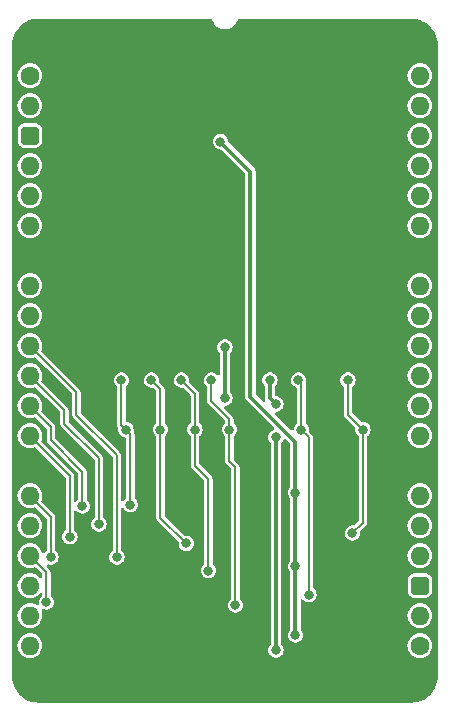
<source format=gbl>
%TF.GenerationSoftware,KiCad,Pcbnew,8.0.3*%
%TF.CreationDate,2024-07-05T17:09:06+02:00*%
%TF.ProjectId,SD Card Full Socket,53442043-6172-4642-9046-756c6c20536f,V1*%
%TF.SameCoordinates,PX6d01460PY32de760*%
%TF.FileFunction,Copper,L2,Bot*%
%TF.FilePolarity,Positive*%
%FSLAX46Y46*%
G04 Gerber Fmt 4.6, Leading zero omitted, Abs format (unit mm)*
G04 Created by KiCad (PCBNEW 8.0.3) date 2024-07-05 17:09:06*
%MOMM*%
%LPD*%
G01*
G04 APERTURE LIST*
G04 Aperture macros list*
%AMRoundRect*
0 Rectangle with rounded corners*
0 $1 Rounding radius*
0 $2 $3 $4 $5 $6 $7 $8 $9 X,Y pos of 4 corners*
0 Add a 4 corners polygon primitive as box body*
4,1,4,$2,$3,$4,$5,$6,$7,$8,$9,$2,$3,0*
0 Add four circle primitives for the rounded corners*
1,1,$1+$1,$2,$3*
1,1,$1+$1,$4,$5*
1,1,$1+$1,$6,$7*
1,1,$1+$1,$8,$9*
0 Add four rect primitives between the rounded corners*
20,1,$1+$1,$2,$3,$4,$5,0*
20,1,$1+$1,$4,$5,$6,$7,0*
20,1,$1+$1,$6,$7,$8,$9,0*
20,1,$1+$1,$8,$9,$2,$3,0*%
G04 Aperture macros list end*
%TA.AperFunction,ComponentPad*%
%ADD10C,1.600000*%
%TD*%
%TA.AperFunction,ComponentPad*%
%ADD11O,1.600000X1.600000*%
%TD*%
%TA.AperFunction,ComponentPad*%
%ADD12RoundRect,0.400000X0.400000X0.400000X-0.400000X0.400000X-0.400000X-0.400000X0.400000X-0.400000X0*%
%TD*%
%TA.AperFunction,ComponentPad*%
%ADD13R,1.600000X1.600000*%
%TD*%
%TA.AperFunction,ComponentPad*%
%ADD14RoundRect,0.400000X-0.400000X-0.400000X0.400000X-0.400000X0.400000X0.400000X-0.400000X0.400000X0*%
%TD*%
%TA.AperFunction,ViaPad*%
%ADD15C,0.800000*%
%TD*%
%TA.AperFunction,Conductor*%
%ADD16C,0.380000*%
%TD*%
%TA.AperFunction,Conductor*%
%ADD17C,0.200000*%
%TD*%
G04 APERTURE END LIST*
D10*
%TO.P,J6,1,Pin_1*%
%TO.N,unconnected-(J6-Pin_1-Pad1)*%
X33020000Y-48260000D03*
D11*
%TO.P,J6,2,Pin_2*%
%TO.N,unconnected-(J6-Pin_2-Pad2)*%
X33020000Y-45720000D03*
D12*
%TO.P,J6,3,Pin_3*%
%TO.N,5V*%
X33020000Y-43180001D03*
D11*
%TO.P,J6,4,Pin_4*%
%TO.N,unconnected-(J6-Pin_4-Pad4)*%
X33020000Y-40640000D03*
%TO.P,J6,5,Pin_5*%
%TO.N,unconnected-(J6-Pin_5-Pad5)*%
X33020000Y-38100000D03*
%TO.P,J6,6,Pin_6*%
%TO.N,unconnected-(J6-Pin_6-Pad6)*%
X33020000Y-35560000D03*
D13*
%TO.P,J6,7,Pin_7*%
%TO.N,GND*%
X33020000Y-33020000D03*
D11*
%TO.P,J6,8,Pin_8*%
%TO.N,unconnected-(J6-Pin_8-Pad8)*%
X33020000Y-30479999D03*
%TO.P,J6,9,Pin_9*%
%TO.N,unconnected-(J6-Pin_9-Pad9)*%
X33020000Y-27940000D03*
%TO.P,J6,10,Pin_10*%
%TO.N,unconnected-(J6-Pin_10-Pad10)*%
X33020000Y-25400000D03*
%TO.P,J6,11,Pin_11*%
%TO.N,unconnected-(J6-Pin_11-Pad11)*%
X33020000Y-22860000D03*
%TO.P,J6,12,Pin_12*%
%TO.N,unconnected-(J6-Pin_12-Pad12)*%
X33020000Y-20320001D03*
%TO.P,J6,13,Pin_13*%
%TO.N,unconnected-(J6-Pin_13-Pad13)*%
X33020000Y-17780000D03*
D13*
%TO.P,J6,14,Pin_14*%
%TO.N,GND*%
X33020000Y-15240000D03*
D11*
%TO.P,J6,15,Pin_15*%
%TO.N,unconnected-(J6-Pin_15-Pad15)*%
X33020000Y-12700000D03*
%TO.P,J6,16,Pin_16*%
%TO.N,unconnected-(J6-Pin_16-Pad16)*%
X33020000Y-10160001D03*
%TO.P,J6,17,Pin_17*%
%TO.N,unconnected-(J6-Pin_17-Pad17)*%
X33020000Y-7619999D03*
%TO.P,J6,18,Pin_18*%
%TO.N,unconnected-(J6-Pin_18-Pad18)*%
X33020000Y-5080000D03*
%TO.P,J6,19,Pin_19*%
%TO.N,unconnected-(J6-Pin_19-Pad19)*%
X33020000Y-2540000D03*
%TO.P,J6,20,Pin_20*%
%TO.N,unconnected-(J6-Pin_20-Pad20)*%
X33020000Y0D03*
%TD*%
D10*
%TO.P,J5,1,Pin_1*%
%TO.N,unconnected-(J5-Pin_1-Pad1)*%
X0Y0D03*
D11*
%TO.P,J5,2,Pin_2*%
%TO.N,unconnected-(J5-Pin_2-Pad2)*%
X0Y-2540000D03*
D14*
%TO.P,J5,3,Pin_3*%
%TO.N,5V*%
X0Y-5080000D03*
D11*
%TO.P,J5,4,Pin_4*%
%TO.N,unconnected-(J5-Pin_4-Pad4)*%
X0Y-7620000D03*
%TO.P,J5,5,Pin_5*%
%TO.N,unconnected-(J5-Pin_5-Pad5)*%
X0Y-10160000D03*
%TO.P,J5,6,Pin_6*%
%TO.N,unconnected-(J5-Pin_6-Pad6)*%
X0Y-12700000D03*
D13*
%TO.P,J5,7,Pin_7*%
%TO.N,GND*%
X0Y-15240000D03*
D11*
%TO.P,J5,8,Pin_8*%
%TO.N,unconnected-(J5-Pin_8-Pad8)*%
X0Y-17780000D03*
%TO.P,J5,9,Pin_9*%
%TO.N,unconnected-(J5-Pin_9-Pad9)*%
X0Y-20320000D03*
%TO.P,J5,10,Pin_10*%
%TO.N,DAT3*%
X0Y-22860000D03*
%TO.P,J5,11,Pin_11*%
%TO.N,DAT2*%
X0Y-25400000D03*
%TO.P,J5,12,Pin_12*%
%TO.N,DAT1*%
X0Y-27940000D03*
%TO.P,J5,13,Pin_13*%
%TO.N,DAT0*%
X0Y-30480000D03*
D13*
%TO.P,J5,14,Pin_14*%
%TO.N,GND*%
X0Y-33020000D03*
D11*
%TO.P,J5,15,Pin_15*%
%TO.N,SD CMD*%
X0Y-35560000D03*
%TO.P,J5,16,Pin_16*%
%TO.N,~{SD Card Enable}*%
X0Y-38100000D03*
%TO.P,J5,17,Pin_17*%
%TO.N,SD CLK*%
X0Y-40640000D03*
%TO.P,J5,18,Pin_18*%
%TO.N,unconnected-(J5-Pin_18-Pad18)*%
X0Y-43180000D03*
%TO.P,J5,19,Pin_19*%
%TO.N,unconnected-(J5-Pin_19-Pad19)*%
X0Y-45720000D03*
%TO.P,J5,20,Pin_20*%
%TO.N,unconnected-(J5-Pin_20-Pad20)*%
X0Y-48260000D03*
%TD*%
D15*
%TO.N,GND*%
X4826000Y-17352000D03*
X4826000Y-28067000D03*
X17145000Y-2413000D03*
X17780000Y-25781000D03*
X17224999Y-17351999D03*
%TO.N,/3.3V*%
X20320000Y-25781000D03*
X20828000Y-27813000D03*
X16510000Y-22987000D03*
X20828000Y-30607000D03*
X16510000Y-27305000D03*
X20828000Y-48641000D03*
%TO.N,Net-(IC2-1B3)*%
X13970000Y-29972000D03*
X15113000Y-41910002D03*
X12827000Y-25781000D03*
%TO.N,SD CMD*%
X1778000Y-40767000D03*
%TO.N,5V*%
X22479000Y-47371000D03*
X16129000Y-5588000D03*
X22479000Y-41529000D03*
X22479000Y-35299000D03*
%TO.N,Net-(IC2-1B4)*%
X16891000Y-29972000D03*
X17399000Y-44831000D03*
X15367000Y-25781000D03*
%TO.N,DAT2*%
X5842000Y-37973000D03*
%TO.N,DAT3*%
X7366000Y-40767000D03*
%TO.N,GND*%
X28575000Y-14478000D03*
X10795000Y-46736000D03*
X25908000Y-34544000D03*
X18669000Y-49530000D03*
X12572999Y-35559999D03*
X3937000Y-2413000D03*
X13589000Y-42418000D03*
X3809997Y-13589003D03*
X18542000Y-43053000D03*
X27622500Y-2603500D03*
X10160000Y-48768000D03*
X18923000Y-30353000D03*
X25908000Y-42671992D03*
X12763500Y-32829500D03*
X18923000Y-32766000D03*
X26207000Y-17952000D03*
X4064000Y-32004000D03*
X25273000Y-22987000D03*
%TO.N,DAT1*%
X4445000Y-36449000D03*
%TO.N,Net-(IC2-2B3)*%
X28194000Y-29972000D03*
X27305000Y-38735000D03*
X26924000Y-25781000D03*
%TO.N,DAT0*%
X3380000Y-39040179D03*
%TO.N,SD CLK*%
X1397000Y-44577000D03*
%TO.N,Net-(IC2-1B2)*%
X13236331Y-39602000D03*
X11049000Y-29972000D03*
X10287000Y-25781000D03*
%TO.N,Net-(IC2-2B4)*%
X8128008Y-29971992D03*
X8509000Y-36322000D03*
X7747001Y-25781001D03*
%TO.N,Net-(IC2-2B1)*%
X23622000Y-43942000D03*
X22987000Y-29972000D03*
X22732996Y-25781000D03*
%TD*%
D16*
%TO.N,GND*%
X4826000Y-28067000D02*
X4826000Y-17352000D01*
%TO.N,5V*%
X18669000Y-27178000D02*
X18669000Y-8128000D01*
X22479000Y-35299000D02*
X22479000Y-30988000D01*
X22479000Y-30988000D02*
X18669000Y-27178000D01*
X18669000Y-8128000D02*
X16129000Y-5588000D01*
%TO.N,GND*%
X17780000Y-25781000D02*
X17780000Y-17907000D01*
X17780000Y-17907000D02*
X17224999Y-17351999D01*
%TO.N,/3.3V*%
X16510000Y-27305000D02*
X16510000Y-22987000D01*
X20320000Y-25781000D02*
X20320000Y-27305000D01*
X20320000Y-27305000D02*
X20828000Y-27813000D01*
X20828000Y-30607000D02*
X20828000Y-48641000D01*
D17*
%TO.N,Net-(IC2-1B3)*%
X13970000Y-33020000D02*
X15113000Y-34163000D01*
X13970000Y-26924000D02*
X13970000Y-29972000D01*
X13970000Y-29972000D02*
X13970000Y-33020000D01*
X12827000Y-25781000D02*
X13970000Y-26924000D01*
X15113000Y-34163000D02*
X15113000Y-41910002D01*
%TO.N,SD CMD*%
X0Y-35560000D02*
X1778000Y-37338000D01*
X1778000Y-37338000D02*
X1778000Y-40767000D01*
D16*
%TO.N,5V*%
X22479000Y-35299000D02*
X22479000Y-41529000D01*
X22479000Y-47371000D02*
X22479000Y-41529000D01*
D17*
%TO.N,Net-(IC2-1B4)*%
X17399000Y-33147000D02*
X17399000Y-44831000D01*
X16891000Y-32639000D02*
X17399000Y-33147000D01*
X15367000Y-25781000D02*
X15367000Y-27559000D01*
X16891000Y-29972000D02*
X16891000Y-32639000D01*
X15367000Y-27559000D02*
X16891000Y-29083000D01*
X16891000Y-29083000D02*
X16891000Y-29972000D01*
%TO.N,DAT2*%
X5842000Y-32385000D02*
X5842000Y-37973000D01*
X0Y-25400000D02*
X2921000Y-28321000D01*
X2921000Y-29464000D02*
X5842000Y-32385000D01*
X2921000Y-28321000D02*
X2921000Y-29464000D01*
%TO.N,DAT3*%
X7366000Y-32131000D02*
X7366000Y-40767000D01*
X3937000Y-26797000D02*
X3937000Y-28702000D01*
X3937000Y-28702000D02*
X7366000Y-32131000D01*
X0Y-22860000D02*
X3937000Y-26797000D01*
D16*
%TO.N,GND*%
X25273000Y-33909000D02*
X25908000Y-34544000D01*
X2540000Y-40259000D02*
X7239000Y-44958000D01*
X3937000Y-13462000D02*
X3809997Y-13589003D01*
X18923000Y-32766000D02*
X18923000Y-30353000D01*
X12763500Y-32829500D02*
X12763500Y-35369498D01*
X0Y-33020000D02*
X2540000Y-35560000D01*
X18669000Y-49530000D02*
X18542000Y-49403000D01*
X13589000Y-43942000D02*
X10795000Y-46736000D01*
X12572999Y-35559999D02*
X14224000Y-37211000D01*
X25273000Y-18886000D02*
X26207000Y-17952000D01*
X10160000Y-48768000D02*
X10160000Y-47371000D01*
X28575000Y-3556000D02*
X27622500Y-2603500D01*
X25273000Y-22987000D02*
X25273000Y-18886000D01*
X25273000Y-22987000D02*
X25273000Y-33909000D01*
X9017000Y-44958000D02*
X10795000Y-46736000D01*
X13589000Y-42418000D02*
X13589000Y-43942000D01*
X3937000Y-2413000D02*
X3937000Y-13462000D01*
X25908000Y-34544000D02*
X25908000Y-42671992D01*
X2540000Y-35560000D02*
X2540000Y-40259000D01*
X12763500Y-35369498D02*
X12572999Y-35559999D01*
X7239000Y-44958000D02*
X9017000Y-44958000D01*
X14224000Y-41783000D02*
X13589000Y-42418000D01*
X18542000Y-49403000D02*
X18542000Y-43053000D01*
X28575000Y-14478000D02*
X28575000Y-3556000D01*
X14224000Y-37211000D02*
X14224000Y-41783000D01*
X10160000Y-47371000D02*
X10795000Y-46736000D01*
D17*
%TO.N,DAT1*%
X4445000Y-33528000D02*
X4445000Y-36449000D01*
X1778000Y-30861000D02*
X4445000Y-33528000D01*
X1778000Y-29718000D02*
X1778000Y-30861000D01*
X0Y-27940000D02*
X1778000Y-29718000D01*
%TO.N,Net-(IC2-2B3)*%
X26924000Y-28702000D02*
X28194000Y-29972000D01*
X27305000Y-38735000D02*
X28194000Y-37846000D01*
X28194000Y-37846000D02*
X28194000Y-29972000D01*
X26924000Y-25781000D02*
X26924000Y-28702000D01*
%TO.N,DAT0*%
X3380000Y-33860000D02*
X3380000Y-39040179D01*
X0Y-30480000D02*
X3380000Y-33860000D01*
%TO.N,SD CLK*%
X0Y-40640000D02*
X1397000Y-42037000D01*
X1397000Y-42037000D02*
X1397000Y-44577000D01*
%TO.N,Net-(IC2-1B2)*%
X11049000Y-37414669D02*
X13236331Y-39602000D01*
X10287000Y-25781000D02*
X11049000Y-26543000D01*
X11049000Y-26543000D02*
X11049000Y-29972000D01*
X11049000Y-29972000D02*
X11049000Y-37414669D01*
%TO.N,Net-(IC2-2B4)*%
X7747001Y-29590985D02*
X8128008Y-29971992D01*
X7747001Y-25781001D02*
X7747001Y-29590985D01*
X8509000Y-36322000D02*
X8509000Y-30352984D01*
X8509000Y-30352984D02*
X8128008Y-29971992D01*
%TO.N,Net-(IC2-2B1)*%
X23622000Y-30607000D02*
X23622000Y-43688000D01*
X23622000Y-43688000D02*
X23622000Y-43942000D01*
X22987000Y-29972000D02*
X23622000Y-30607000D01*
X22987000Y-29972000D02*
X22987000Y-26035004D01*
X22987000Y-26035004D02*
X22732996Y-25781000D01*
%TD*%
%TA.AperFunction,Conductor*%
%TO.N,GND*%
G36*
X1397000Y-23761318D02*
G01*
X1010191Y-23374509D01*
X976706Y-23313186D01*
X979210Y-23250837D01*
X1035300Y-23065934D01*
X1055583Y-22860000D01*
X1035300Y-22654066D01*
X975232Y-22456046D01*
X877685Y-22273550D01*
X825702Y-22210209D01*
X746410Y-22113589D01*
X586452Y-21982317D01*
X586453Y-21982317D01*
X586450Y-21982315D01*
X403954Y-21884768D01*
X205934Y-21824700D01*
X205932Y-21824699D01*
X205934Y-21824699D01*
X0Y-21804417D01*
X-205933Y-21824699D01*
X-403957Y-21884769D01*
X-514102Y-21943643D01*
X-586450Y-21982315D01*
X-586452Y-21982316D01*
X-586453Y-21982317D01*
X-746411Y-22113589D01*
X-877683Y-22273547D01*
X-975231Y-22456043D01*
X-1035301Y-22654067D01*
X-1055583Y-22860000D01*
X-1035301Y-23065932D01*
X-1035300Y-23065934D01*
X-975232Y-23263954D01*
X-877685Y-23446450D01*
X-877683Y-23446452D01*
X-746411Y-23606410D01*
X-649791Y-23685702D01*
X-586450Y-23737685D01*
X-403954Y-23835232D01*
X-205934Y-23895300D01*
X-205935Y-23895300D01*
X-187471Y-23897118D01*
X0Y-23915583D01*
X205934Y-23895300D01*
X390836Y-23839210D01*
X460699Y-23838588D01*
X514509Y-23870191D01*
X1397000Y-24752682D01*
X1397000Y-26301318D01*
X1010191Y-25914509D01*
X976706Y-25853186D01*
X979210Y-25790837D01*
X1035300Y-25605934D01*
X1055583Y-25400000D01*
X1035300Y-25194066D01*
X975232Y-24996046D01*
X877685Y-24813550D01*
X825702Y-24750209D01*
X746410Y-24653589D01*
X586452Y-24522317D01*
X586453Y-24522317D01*
X586450Y-24522315D01*
X403954Y-24424768D01*
X205934Y-24364700D01*
X205932Y-24364699D01*
X205934Y-24364699D01*
X0Y-24344417D01*
X-205933Y-24364699D01*
X-403957Y-24424769D01*
X-514102Y-24483643D01*
X-586450Y-24522315D01*
X-586452Y-24522316D01*
X-586453Y-24522317D01*
X-746411Y-24653589D01*
X-877683Y-24813547D01*
X-975231Y-24996043D01*
X-1035301Y-25194067D01*
X-1055583Y-25400000D01*
X-1035301Y-25605932D01*
X-1035300Y-25605934D01*
X-975232Y-25803954D01*
X-877685Y-25986450D01*
X-877683Y-25986452D01*
X-746411Y-26146410D01*
X-649791Y-26225702D01*
X-586450Y-26277685D01*
X-403954Y-26375232D01*
X-205934Y-26435300D01*
X-205935Y-26435300D01*
X-187471Y-26437118D01*
X0Y-26455583D01*
X205934Y-26435300D01*
X390836Y-26379210D01*
X460699Y-26378588D01*
X514509Y-26410191D01*
X1397000Y-27292682D01*
X1397000Y-28841318D01*
X1010191Y-28454509D01*
X976706Y-28393186D01*
X979210Y-28330837D01*
X1035300Y-28145934D01*
X1055583Y-27940000D01*
X1035300Y-27734066D01*
X975232Y-27536046D01*
X877685Y-27353550D01*
X825702Y-27290209D01*
X746410Y-27193589D01*
X628677Y-27096969D01*
X586450Y-27062315D01*
X403954Y-26964768D01*
X205934Y-26904700D01*
X205932Y-26904699D01*
X205934Y-26904699D01*
X0Y-26884417D01*
X-205933Y-26904699D01*
X-403957Y-26964769D01*
X-492715Y-27012212D01*
X-586450Y-27062315D01*
X-586452Y-27062316D01*
X-586453Y-27062317D01*
X-746411Y-27193589D01*
X-877683Y-27353547D01*
X-975231Y-27536043D01*
X-1035301Y-27734067D01*
X-1055583Y-27940000D01*
X-1035301Y-28145932D01*
X-1035300Y-28145934D01*
X-975232Y-28343954D01*
X-877685Y-28526450D01*
X-843031Y-28568677D01*
X-746411Y-28686410D01*
X-649791Y-28765702D01*
X-586450Y-28817685D01*
X-403954Y-28915232D01*
X-205934Y-28975300D01*
X-205935Y-28975300D01*
X-187471Y-28977118D01*
X0Y-28995583D01*
X205934Y-28975300D01*
X390836Y-28919210D01*
X460699Y-28918588D01*
X514509Y-28950191D01*
X1397000Y-29832682D01*
X1397000Y-31381318D01*
X1010191Y-30994509D01*
X976706Y-30933186D01*
X979210Y-30870837D01*
X1035300Y-30685934D01*
X1055583Y-30480000D01*
X1035300Y-30274066D01*
X975232Y-30076046D01*
X877685Y-29893550D01*
X771485Y-29764144D01*
X746410Y-29733589D01*
X586452Y-29602317D01*
X586453Y-29602317D01*
X586450Y-29602315D01*
X403954Y-29504768D01*
X205934Y-29444700D01*
X205932Y-29444699D01*
X205934Y-29444699D01*
X0Y-29424417D01*
X-205933Y-29444699D01*
X-403957Y-29504769D01*
X-514102Y-29563643D01*
X-586450Y-29602315D01*
X-586452Y-29602316D01*
X-586453Y-29602317D01*
X-746411Y-29733589D01*
X-877683Y-29893547D01*
X-975231Y-30076043D01*
X-1035301Y-30274067D01*
X-1055583Y-30480000D01*
X-1035301Y-30685932D01*
X-1035300Y-30685934D01*
X-975232Y-30883954D01*
X-877685Y-31066450D01*
X-877683Y-31066452D01*
X-746411Y-31226410D01*
X-649791Y-31305702D01*
X-586450Y-31357685D01*
X-403954Y-31455232D01*
X-205934Y-31515300D01*
X-205935Y-31515300D01*
X-187471Y-31517118D01*
X0Y-31535583D01*
X205934Y-31515300D01*
X390836Y-31459210D01*
X460699Y-31458588D01*
X514509Y-31490191D01*
X1397000Y-32372682D01*
X1397000Y-36461318D01*
X1010191Y-36074509D01*
X976706Y-36013186D01*
X979210Y-35950837D01*
X1035300Y-35765934D01*
X1055583Y-35560000D01*
X1035300Y-35354066D01*
X975232Y-35156046D01*
X877685Y-34973550D01*
X825702Y-34910209D01*
X746410Y-34813589D01*
X586452Y-34682317D01*
X586453Y-34682317D01*
X586450Y-34682315D01*
X403954Y-34584768D01*
X205934Y-34524700D01*
X205932Y-34524699D01*
X205934Y-34524699D01*
X0Y-34504417D01*
X-205933Y-34524699D01*
X-403957Y-34584769D01*
X-514102Y-34643643D01*
X-586450Y-34682315D01*
X-586452Y-34682316D01*
X-586453Y-34682317D01*
X-746411Y-34813589D01*
X-877683Y-34973547D01*
X-975231Y-35156043D01*
X-1035301Y-35354067D01*
X-1055583Y-35560000D01*
X-1035301Y-35765932D01*
X-1035300Y-35765934D01*
X-975232Y-35963954D01*
X-877685Y-36146450D01*
X-877683Y-36146452D01*
X-746411Y-36306410D01*
X-649791Y-36385702D01*
X-586450Y-36437685D01*
X-403954Y-36535232D01*
X-205934Y-36595300D01*
X-205935Y-36595300D01*
X-187471Y-36597118D01*
X0Y-36615583D01*
X205934Y-36595300D01*
X390836Y-36539210D01*
X460699Y-36538588D01*
X514509Y-36570191D01*
X1397000Y-37452682D01*
X1397000Y-40235477D01*
X1287517Y-40332469D01*
X1236961Y-40405713D01*
X1182677Y-40449703D01*
X1113229Y-40457362D01*
X1050664Y-40426258D01*
X1016250Y-40371267D01*
X975232Y-40236046D01*
X877685Y-40053550D01*
X825702Y-39990209D01*
X746410Y-39893589D01*
X586452Y-39762317D01*
X586453Y-39762317D01*
X586450Y-39762315D01*
X403954Y-39664768D01*
X205934Y-39604700D01*
X205932Y-39604699D01*
X205934Y-39604699D01*
X0Y-39584417D01*
X-205933Y-39604699D01*
X-403957Y-39664769D01*
X-514102Y-39723643D01*
X-586450Y-39762315D01*
X-586452Y-39762316D01*
X-586453Y-39762317D01*
X-746411Y-39893589D01*
X-877683Y-40053547D01*
X-975231Y-40236043D01*
X-1035301Y-40434067D01*
X-1055583Y-40640000D01*
X-1035301Y-40845932D01*
X-1005266Y-40944944D01*
X-975232Y-41043954D01*
X-877685Y-41226450D01*
X-877683Y-41226452D01*
X-746411Y-41386410D01*
X-708527Y-41417500D01*
X-586450Y-41517685D01*
X-403954Y-41615232D01*
X-205934Y-41675300D01*
X-205935Y-41675300D01*
X-187471Y-41677118D01*
X0Y-41695583D01*
X205934Y-41675300D01*
X390836Y-41619210D01*
X460701Y-41618588D01*
X514510Y-41650191D01*
X1010181Y-42145862D01*
X1043666Y-42207185D01*
X1046500Y-42233543D01*
X1046500Y-42452694D01*
X1026815Y-42519733D01*
X974011Y-42565488D01*
X904853Y-42575432D01*
X841297Y-42546407D01*
X826646Y-42531358D01*
X746410Y-42433589D01*
X586452Y-42302317D01*
X586453Y-42302317D01*
X586450Y-42302315D01*
X403954Y-42204768D01*
X205934Y-42144700D01*
X205932Y-42144699D01*
X205934Y-42144699D01*
X0Y-42124417D01*
X-205933Y-42144699D01*
X-403957Y-42204769D01*
X-457788Y-42233543D01*
X-586450Y-42302315D01*
X-586452Y-42302316D01*
X-586453Y-42302317D01*
X-746411Y-42433589D01*
X-877683Y-42593547D01*
X-975231Y-42776043D01*
X-1035301Y-42974067D01*
X-1055583Y-43180000D01*
X-1035301Y-43385932D01*
X-1035300Y-43385934D01*
X-975232Y-43583954D01*
X-877685Y-43766450D01*
X-877683Y-43766452D01*
X-746411Y-43926410D01*
X-649791Y-44005702D01*
X-586450Y-44057685D01*
X-403954Y-44155232D01*
X-205934Y-44215300D01*
X-205935Y-44215300D01*
X-187471Y-44217118D01*
X0Y-44235583D01*
X205934Y-44215300D01*
X403954Y-44155232D01*
X586450Y-44057685D01*
X746410Y-43926410D01*
X826647Y-43828640D01*
X884392Y-43789306D01*
X954236Y-43787435D01*
X1014005Y-43823622D01*
X1044721Y-43886377D01*
X1046500Y-43907305D01*
X1046500Y-43962649D01*
X1026815Y-44029688D01*
X1004728Y-44055462D01*
X1002224Y-44057682D01*
X906516Y-44142471D01*
X816781Y-44272475D01*
X816780Y-44272476D01*
X760762Y-44420181D01*
X741722Y-44576999D01*
X741722Y-44577000D01*
X758208Y-44712777D01*
X746747Y-44781700D01*
X699844Y-44833486D01*
X632388Y-44851693D01*
X576658Y-44837081D01*
X403956Y-44744769D01*
X403955Y-44744768D01*
X403954Y-44744768D01*
X205934Y-44684700D01*
X205932Y-44684699D01*
X205934Y-44684699D01*
X0Y-44664417D01*
X-205933Y-44684699D01*
X-403957Y-44744769D01*
X-514102Y-44803643D01*
X-586450Y-44842315D01*
X-586452Y-44842316D01*
X-586453Y-44842317D01*
X-746411Y-44973589D01*
X-877683Y-45133547D01*
X-975231Y-45316043D01*
X-1035301Y-45514067D01*
X-1055583Y-45720000D01*
X-1035301Y-45925932D01*
X-1035300Y-45925934D01*
X-975232Y-46123954D01*
X-877685Y-46306450D01*
X-877683Y-46306452D01*
X-746411Y-46466410D01*
X-649791Y-46545702D01*
X-586450Y-46597685D01*
X-403954Y-46695232D01*
X-205934Y-46755300D01*
X-205935Y-46755300D01*
X-187471Y-46757118D01*
X0Y-46775583D01*
X205934Y-46755300D01*
X403954Y-46695232D01*
X586450Y-46597685D01*
X746410Y-46466410D01*
X877685Y-46306450D01*
X975232Y-46123954D01*
X1035300Y-45925934D01*
X1055583Y-45720000D01*
X1035300Y-45514066D01*
X979760Y-45330976D01*
X979138Y-45261115D01*
X1016386Y-45202002D01*
X1079680Y-45172411D01*
X1148924Y-45181736D01*
X1156046Y-45185189D01*
X1164633Y-45189695D01*
X1164634Y-45189696D01*
X1318014Y-45227500D01*
X1397000Y-45227500D01*
X1397000Y-53089500D01*
X765751Y-53089500D01*
X758264Y-53089274D01*
X493517Y-53073259D01*
X478652Y-53071454D01*
X221458Y-53024321D01*
X206924Y-53020739D01*
X-42712Y-52942950D01*
X-56702Y-52937644D01*
X-295145Y-52830330D01*
X-308404Y-52823371D01*
X-532166Y-52688102D01*
X-544490Y-52679595D01*
X-750319Y-52518337D01*
X-761526Y-52508408D01*
X-946409Y-52323525D01*
X-956338Y-52312318D01*
X-1117596Y-52106489D01*
X-1126099Y-52094171D01*
X-1261375Y-51870397D01*
X-1268327Y-51857151D01*
X-1375647Y-51618697D01*
X-1380948Y-51604720D01*
X-1458743Y-51355063D01*
X-1462322Y-51340541D01*
X-1509455Y-51083347D01*
X-1511260Y-51068482D01*
X-1527274Y-50803736D01*
X-1527500Y-50796249D01*
X-1527500Y-48260000D01*
X-1055583Y-48260000D01*
X-1035301Y-48465932D01*
X-1035300Y-48465934D01*
X-975232Y-48663954D01*
X-877685Y-48846450D01*
X-877683Y-48846452D01*
X-746411Y-49006410D01*
X-649791Y-49085702D01*
X-586450Y-49137685D01*
X-403954Y-49235232D01*
X-205934Y-49295300D01*
X-205935Y-49295300D01*
X-187471Y-49297118D01*
X0Y-49315583D01*
X205934Y-49295300D01*
X403954Y-49235232D01*
X586450Y-49137685D01*
X746410Y-49006410D01*
X877685Y-48846450D01*
X975232Y-48663954D01*
X1035300Y-48465934D01*
X1055583Y-48260000D01*
X1035300Y-48054066D01*
X975232Y-47856046D01*
X877685Y-47673550D01*
X825702Y-47610209D01*
X746410Y-47513589D01*
X586452Y-47382317D01*
X586453Y-47382317D01*
X586450Y-47382315D01*
X403954Y-47284768D01*
X205934Y-47224700D01*
X205932Y-47224699D01*
X205934Y-47224699D01*
X0Y-47204417D01*
X-205933Y-47224699D01*
X-403957Y-47284769D01*
X-514102Y-47343643D01*
X-586450Y-47382315D01*
X-586452Y-47382316D01*
X-586453Y-47382317D01*
X-746411Y-47513589D01*
X-877683Y-47673547D01*
X-975231Y-47856043D01*
X-1035301Y-48054067D01*
X-1055583Y-48260000D01*
X-1527500Y-48260000D01*
X-1527500Y-38100000D01*
X-1055583Y-38100000D01*
X-1035301Y-38305932D01*
X-1035300Y-38305934D01*
X-975232Y-38503954D01*
X-877685Y-38686450D01*
X-877683Y-38686452D01*
X-746411Y-38846410D01*
X-649791Y-38925702D01*
X-586450Y-38977685D01*
X-403954Y-39075232D01*
X-205934Y-39135300D01*
X-205935Y-39135300D01*
X-187471Y-39137118D01*
X0Y-39155583D01*
X205934Y-39135300D01*
X403954Y-39075232D01*
X586450Y-38977685D01*
X746410Y-38846410D01*
X877685Y-38686450D01*
X975232Y-38503954D01*
X1035300Y-38305934D01*
X1055583Y-38100000D01*
X1035300Y-37894066D01*
X975232Y-37696046D01*
X877685Y-37513550D01*
X771485Y-37384144D01*
X746410Y-37353589D01*
X586452Y-37222317D01*
X586453Y-37222317D01*
X586450Y-37222315D01*
X403954Y-37124768D01*
X205934Y-37064700D01*
X205932Y-37064699D01*
X205934Y-37064699D01*
X0Y-37044417D01*
X-205933Y-37064699D01*
X-403957Y-37124769D01*
X-514102Y-37183643D01*
X-586450Y-37222315D01*
X-586452Y-37222316D01*
X-586453Y-37222317D01*
X-746411Y-37353589D01*
X-877683Y-37513547D01*
X-975231Y-37696043D01*
X-1035301Y-37894067D01*
X-1055583Y-38100000D01*
X-1527500Y-38100000D01*
X-1527500Y-20320000D01*
X-1055583Y-20320000D01*
X-1035301Y-20525932D01*
X-1035300Y-20525934D01*
X-975232Y-20723954D01*
X-877685Y-20906450D01*
X-877683Y-20906452D01*
X-746411Y-21066410D01*
X-649791Y-21145702D01*
X-586450Y-21197685D01*
X-403954Y-21295232D01*
X-205934Y-21355300D01*
X-205935Y-21355300D01*
X-187471Y-21357118D01*
X0Y-21375583D01*
X205934Y-21355300D01*
X403954Y-21295232D01*
X586450Y-21197685D01*
X746410Y-21066410D01*
X877685Y-20906450D01*
X975232Y-20723954D01*
X1035300Y-20525934D01*
X1055583Y-20320000D01*
X1035300Y-20114066D01*
X975232Y-19916046D01*
X877685Y-19733550D01*
X825702Y-19670209D01*
X746410Y-19573589D01*
X586452Y-19442317D01*
X586453Y-19442317D01*
X586450Y-19442315D01*
X403954Y-19344768D01*
X205934Y-19284700D01*
X205932Y-19284699D01*
X205934Y-19284699D01*
X0Y-19264417D01*
X-205933Y-19284699D01*
X-403957Y-19344769D01*
X-514102Y-19403643D01*
X-586450Y-19442315D01*
X-586452Y-19442316D01*
X-586453Y-19442317D01*
X-746411Y-19573589D01*
X-877683Y-19733547D01*
X-975231Y-19916043D01*
X-1035301Y-20114067D01*
X-1055583Y-20320000D01*
X-1527500Y-20320000D01*
X-1527500Y-17780000D01*
X-1055583Y-17780000D01*
X-1035301Y-17985932D01*
X-1035300Y-17985934D01*
X-975232Y-18183954D01*
X-877685Y-18366450D01*
X-877683Y-18366452D01*
X-746411Y-18526410D01*
X-649791Y-18605702D01*
X-586450Y-18657685D01*
X-403954Y-18755232D01*
X-205934Y-18815300D01*
X-205935Y-18815300D01*
X-187471Y-18817118D01*
X0Y-18835583D01*
X205934Y-18815300D01*
X403954Y-18755232D01*
X586450Y-18657685D01*
X746410Y-18526410D01*
X877685Y-18366450D01*
X975232Y-18183954D01*
X1035300Y-17985934D01*
X1055583Y-17780000D01*
X1035300Y-17574066D01*
X975232Y-17376046D01*
X877685Y-17193550D01*
X825702Y-17130209D01*
X746410Y-17033589D01*
X586452Y-16902317D01*
X586453Y-16902317D01*
X586450Y-16902315D01*
X403954Y-16804768D01*
X205934Y-16744700D01*
X205932Y-16744699D01*
X205934Y-16744699D01*
X0Y-16724417D01*
X-205933Y-16744699D01*
X-403957Y-16804769D01*
X-514102Y-16863643D01*
X-586450Y-16902315D01*
X-586452Y-16902316D01*
X-586453Y-16902317D01*
X-746411Y-17033589D01*
X-877683Y-17193547D01*
X-975231Y-17376043D01*
X-1035301Y-17574067D01*
X-1055583Y-17780000D01*
X-1527500Y-17780000D01*
X-1527500Y-12700000D01*
X-1055583Y-12700000D01*
X-1035301Y-12905932D01*
X-1035300Y-12905934D01*
X-975232Y-13103954D01*
X-877685Y-13286450D01*
X-877683Y-13286452D01*
X-746411Y-13446410D01*
X-649791Y-13525702D01*
X-586450Y-13577685D01*
X-403954Y-13675232D01*
X-205934Y-13735300D01*
X-205935Y-13735300D01*
X-187471Y-13737118D01*
X0Y-13755583D01*
X205934Y-13735300D01*
X403954Y-13675232D01*
X586450Y-13577685D01*
X746410Y-13446410D01*
X877685Y-13286450D01*
X975232Y-13103954D01*
X1035300Y-12905934D01*
X1055583Y-12700000D01*
X1035300Y-12494066D01*
X975232Y-12296046D01*
X877685Y-12113550D01*
X825702Y-12050209D01*
X746410Y-11953589D01*
X586452Y-11822317D01*
X586453Y-11822317D01*
X586450Y-11822315D01*
X403954Y-11724768D01*
X205934Y-11664700D01*
X205932Y-11664699D01*
X205934Y-11664699D01*
X0Y-11644417D01*
X-205933Y-11664699D01*
X-403957Y-11724769D01*
X-514102Y-11783643D01*
X-586450Y-11822315D01*
X-586452Y-11822316D01*
X-586453Y-11822317D01*
X-746411Y-11953589D01*
X-877683Y-12113547D01*
X-975231Y-12296043D01*
X-1035301Y-12494067D01*
X-1055583Y-12700000D01*
X-1527500Y-12700000D01*
X-1527500Y-10160000D01*
X-1055583Y-10160000D01*
X-1035301Y-10365932D01*
X-1035300Y-10365934D01*
X-975232Y-10563954D01*
X-877685Y-10746450D01*
X-877683Y-10746452D01*
X-746411Y-10906410D01*
X-649791Y-10985702D01*
X-586450Y-11037685D01*
X-403954Y-11135232D01*
X-205934Y-11195300D01*
X-205935Y-11195300D01*
X-187471Y-11197118D01*
X0Y-11215583D01*
X205934Y-11195300D01*
X403954Y-11135232D01*
X586450Y-11037685D01*
X746410Y-10906410D01*
X877685Y-10746450D01*
X975232Y-10563954D01*
X1035300Y-10365934D01*
X1055583Y-10160000D01*
X1035300Y-9954066D01*
X975232Y-9756046D01*
X877685Y-9573550D01*
X825702Y-9510209D01*
X746410Y-9413589D01*
X586452Y-9282317D01*
X586453Y-9282317D01*
X586450Y-9282315D01*
X403954Y-9184768D01*
X205934Y-9124700D01*
X205932Y-9124699D01*
X205934Y-9124699D01*
X0Y-9104417D01*
X-205933Y-9124699D01*
X-403957Y-9184769D01*
X-514102Y-9243643D01*
X-586450Y-9282315D01*
X-586452Y-9282316D01*
X-586453Y-9282317D01*
X-746411Y-9413589D01*
X-877683Y-9573547D01*
X-975231Y-9756043D01*
X-1035301Y-9954067D01*
X-1055583Y-10160000D01*
X-1527500Y-10160000D01*
X-1527500Y-7620000D01*
X-1055583Y-7620000D01*
X-1035301Y-7825932D01*
X-1035300Y-7825934D01*
X-975232Y-8023954D01*
X-877685Y-8206450D01*
X-877683Y-8206452D01*
X-746411Y-8366410D01*
X-649791Y-8445702D01*
X-586450Y-8497685D01*
X-403954Y-8595232D01*
X-205934Y-8655300D01*
X-205935Y-8655300D01*
X-187471Y-8657118D01*
X0Y-8675583D01*
X205934Y-8655300D01*
X403954Y-8595232D01*
X586450Y-8497685D01*
X746410Y-8366410D01*
X877685Y-8206450D01*
X975232Y-8023954D01*
X1035300Y-7825934D01*
X1055583Y-7620000D01*
X1035300Y-7414066D01*
X975232Y-7216046D01*
X877685Y-7033550D01*
X825702Y-6970209D01*
X746410Y-6873589D01*
X586452Y-6742317D01*
X586453Y-6742317D01*
X586450Y-6742315D01*
X403954Y-6644768D01*
X205934Y-6584700D01*
X205932Y-6584699D01*
X205934Y-6584699D01*
X0Y-6564417D01*
X-205933Y-6584699D01*
X-403957Y-6644769D01*
X-514102Y-6703643D01*
X-586450Y-6742315D01*
X-586452Y-6742316D01*
X-586453Y-6742317D01*
X-746411Y-6873589D01*
X-877683Y-7033547D01*
X-975231Y-7216043D01*
X-1035301Y-7414067D01*
X-1055583Y-7620000D01*
X-1527500Y-7620000D01*
X-1527500Y-4614298D01*
X-1050500Y-4614298D01*
X-1050500Y-5545701D01*
X-1047599Y-5582567D01*
X-1047598Y-5582573D01*
X-1001746Y-5740393D01*
X-1001745Y-5740396D01*
X-918083Y-5881862D01*
X-918077Y-5881870D01*
X-801871Y-5998076D01*
X-801867Y-5998079D01*
X-801865Y-5998081D01*
X-660398Y-6081744D01*
X-618776Y-6093836D01*
X-502574Y-6127597D01*
X-502571Y-6127597D01*
X-502569Y-6127598D01*
X-465694Y-6130500D01*
X-465686Y-6130500D01*
X465686Y-6130500D01*
X465694Y-6130500D01*
X502569Y-6127598D01*
X502571Y-6127597D01*
X502573Y-6127597D01*
X544191Y-6115505D01*
X660398Y-6081744D01*
X801865Y-5998081D01*
X918081Y-5881865D01*
X1001744Y-5740398D01*
X1047598Y-5582569D01*
X1050500Y-5545694D01*
X1050500Y-4614306D01*
X1047598Y-4577431D01*
X1001744Y-4419602D01*
X918081Y-4278135D01*
X918079Y-4278133D01*
X918076Y-4278129D01*
X801870Y-4161923D01*
X801862Y-4161917D01*
X660396Y-4078255D01*
X660393Y-4078254D01*
X502573Y-4032402D01*
X502567Y-4032401D01*
X465701Y-4029500D01*
X465694Y-4029500D01*
X-465694Y-4029500D01*
X-465702Y-4029500D01*
X-502568Y-4032401D01*
X-502574Y-4032402D01*
X-660394Y-4078254D01*
X-660397Y-4078255D01*
X-801863Y-4161917D01*
X-801871Y-4161923D01*
X-918077Y-4278129D01*
X-918083Y-4278137D01*
X-1001745Y-4419603D01*
X-1001746Y-4419606D01*
X-1047598Y-4577426D01*
X-1047599Y-4577432D01*
X-1050500Y-4614298D01*
X-1527500Y-4614298D01*
X-1527500Y-2540000D01*
X-1055583Y-2540000D01*
X-1035301Y-2745932D01*
X-1035300Y-2745934D01*
X-975232Y-2943954D01*
X-877685Y-3126450D01*
X-877683Y-3126452D01*
X-746411Y-3286410D01*
X-649791Y-3365702D01*
X-586450Y-3417685D01*
X-403954Y-3515232D01*
X-205934Y-3575300D01*
X-205935Y-3575300D01*
X-187471Y-3577118D01*
X0Y-3595583D01*
X205934Y-3575300D01*
X403954Y-3515232D01*
X586450Y-3417685D01*
X746410Y-3286410D01*
X877685Y-3126450D01*
X975232Y-2943954D01*
X1035300Y-2745934D01*
X1055583Y-2540000D01*
X1035300Y-2334066D01*
X975232Y-2136046D01*
X877685Y-1953550D01*
X825702Y-1890209D01*
X746410Y-1793589D01*
X586452Y-1662317D01*
X586453Y-1662317D01*
X586450Y-1662315D01*
X403954Y-1564768D01*
X205934Y-1504700D01*
X205932Y-1504699D01*
X205934Y-1504699D01*
X0Y-1484417D01*
X-205933Y-1504699D01*
X-403957Y-1564769D01*
X-514102Y-1623643D01*
X-586450Y-1662315D01*
X-586452Y-1662316D01*
X-586453Y-1662317D01*
X-746411Y-1793589D01*
X-877683Y-1953547D01*
X-975231Y-2136043D01*
X-1035301Y-2334067D01*
X-1055583Y-2540000D01*
X-1527500Y-2540000D01*
X-1527500Y0D01*
X-1055583Y0D01*
X-1035301Y-205932D01*
X-1035300Y-205934D01*
X-975232Y-403954D01*
X-877685Y-586450D01*
X-877683Y-586452D01*
X-746411Y-746410D01*
X-649791Y-825702D01*
X-586450Y-877685D01*
X-403954Y-975232D01*
X-205934Y-1035300D01*
X-205935Y-1035300D01*
X-187471Y-1037118D01*
X0Y-1055583D01*
X205934Y-1035300D01*
X403954Y-975232D01*
X586450Y-877685D01*
X746410Y-746410D01*
X877685Y-586450D01*
X975232Y-403954D01*
X1035300Y-205934D01*
X1055583Y0D01*
X1035300Y205934D01*
X975232Y403954D01*
X877685Y586450D01*
X825702Y649791D01*
X746410Y746411D01*
X586452Y877683D01*
X586453Y877683D01*
X586450Y877685D01*
X403954Y975232D01*
X205934Y1035300D01*
X205932Y1035301D01*
X205934Y1035301D01*
X0Y1055583D01*
X-205933Y1035301D01*
X-403957Y975231D01*
X-514102Y916357D01*
X-586450Y877685D01*
X-586452Y877684D01*
X-586453Y877683D01*
X-746411Y746411D01*
X-877683Y586453D01*
X-975231Y403957D01*
X-1035301Y205933D01*
X-1055583Y0D01*
X-1527500Y0D01*
X-1527500Y2536250D01*
X-1527274Y2543737D01*
X-1511260Y2808483D01*
X-1509455Y2823348D01*
X-1462322Y3080542D01*
X-1458744Y3095060D01*
X-1380946Y3344727D01*
X-1375649Y3358692D01*
X-1268324Y3597159D01*
X-1261379Y3610392D01*
X-1126094Y3834180D01*
X-1117604Y3846479D01*
X-956333Y4052326D01*
X-946417Y4063518D01*
X-761518Y4248417D01*
X-750326Y4258333D01*
X-544479Y4419604D01*
X-532180Y4428094D01*
X-308392Y4563379D01*
X-295159Y4570324D01*
X-56692Y4677649D01*
X-42727Y4682946D01*
X206940Y4760744D01*
X221454Y4764322D01*
X478656Y4811456D01*
X493514Y4813260D01*
X758264Y4829274D01*
X765751Y4829500D01*
X1397000Y4829500D01*
X1397000Y-23761318D01*
G37*
%TD.AperFunction*%
%TD*%
%TA.AperFunction,Conductor*%
%TO.N,GND*%
G36*
X15368757Y4809815D02*
G01*
X15414512Y4757011D01*
X15418237Y4747918D01*
X15473317Y4596587D01*
X15553613Y4457509D01*
X15573008Y4423917D01*
X15573012Y4423910D01*
X15621890Y4365660D01*
X15701174Y4271174D01*
X15853913Y4143010D01*
X16026587Y4043317D01*
X16213949Y3975123D01*
X16410307Y3940500D01*
X16410309Y3940500D01*
X16609691Y3940500D01*
X16609693Y3940500D01*
X16806051Y3975123D01*
X16993413Y4043317D01*
X17166087Y4143010D01*
X17318826Y4271174D01*
X17446990Y4423913D01*
X17546683Y4596587D01*
X17601760Y4747912D01*
X17643186Y4804174D01*
X17708455Y4829110D01*
X17718282Y4829500D01*
X31623000Y4829500D01*
X31623000Y-53089500D01*
X1397000Y-53089500D01*
X1397000Y-45227500D01*
X1475985Y-45227500D01*
X1629365Y-45189696D01*
X1769240Y-45116283D01*
X1887483Y-45011530D01*
X1977220Y-44881523D01*
X2033237Y-44733818D01*
X2052278Y-44577000D01*
X2046144Y-44526477D01*
X2033237Y-44420181D01*
X2011992Y-44364164D01*
X1977220Y-44272477D01*
X1887483Y-44142470D01*
X1789272Y-44055463D01*
X1752147Y-43996276D01*
X1747500Y-43962649D01*
X1747500Y-41990858D01*
X1747500Y-41990856D01*
X1723614Y-41901712D01*
X1718536Y-41892916D01*
X1677473Y-41821794D01*
X1677470Y-41821791D01*
X1677469Y-41821788D01*
X1612212Y-41756531D01*
X1448418Y-41592737D01*
X1414934Y-41531415D01*
X1419918Y-41461723D01*
X1461790Y-41405790D01*
X1527254Y-41381373D01*
X1565774Y-41384660D01*
X1699014Y-41417500D01*
X1699015Y-41417500D01*
X1856985Y-41417500D01*
X2010365Y-41379696D01*
X2150240Y-41306283D01*
X2268483Y-41201530D01*
X2358220Y-41071523D01*
X2414237Y-40923818D01*
X2433278Y-40767000D01*
X2423461Y-40686144D01*
X2414237Y-40610181D01*
X2392992Y-40554164D01*
X2358220Y-40462477D01*
X2268483Y-40332470D01*
X2170272Y-40245463D01*
X2133147Y-40186276D01*
X2128500Y-40152649D01*
X2128500Y-37291858D01*
X2128500Y-37291856D01*
X2104614Y-37202712D01*
X2102735Y-37199457D01*
X2058470Y-37122788D01*
X1397000Y-36461318D01*
X1397000Y-32372682D01*
X2993181Y-33968863D01*
X3026666Y-34030186D01*
X3029500Y-34056544D01*
X3029500Y-38425828D01*
X3009815Y-38492867D01*
X2987728Y-38518641D01*
X2920521Y-38578182D01*
X2889516Y-38605650D01*
X2799781Y-38735654D01*
X2799780Y-38735655D01*
X2743762Y-38883360D01*
X2724722Y-39040178D01*
X2724722Y-39040179D01*
X2743762Y-39196997D01*
X2781870Y-39297477D01*
X2799780Y-39344702D01*
X2889517Y-39474709D01*
X3007760Y-39579462D01*
X3007762Y-39579463D01*
X3147634Y-39652875D01*
X3301014Y-39690679D01*
X3301015Y-39690679D01*
X3458985Y-39690679D01*
X3612365Y-39652875D01*
X3752240Y-39579462D01*
X3870483Y-39474709D01*
X3960220Y-39344702D01*
X4016237Y-39196997D01*
X4035278Y-39040179D01*
X4035199Y-39039524D01*
X4016237Y-38883360D01*
X3994992Y-38827343D01*
X3960220Y-38735656D01*
X3870483Y-38605649D01*
X3772272Y-38518642D01*
X3735147Y-38459455D01*
X3730500Y-38425828D01*
X3730500Y-36956915D01*
X3750185Y-36889876D01*
X3802989Y-36844121D01*
X3872147Y-36834177D01*
X3935703Y-36863202D01*
X3949174Y-36878242D01*
X3949543Y-36877916D01*
X3954512Y-36883525D01*
X3954515Y-36883528D01*
X3954517Y-36883530D01*
X4072760Y-36988283D01*
X4072762Y-36988284D01*
X4212634Y-37061696D01*
X4366014Y-37099500D01*
X4366015Y-37099500D01*
X4523985Y-37099500D01*
X4677365Y-37061696D01*
X4817240Y-36988283D01*
X4935483Y-36883530D01*
X5025220Y-36753523D01*
X5081237Y-36605818D01*
X5100278Y-36449000D01*
X5084858Y-36321999D01*
X5081237Y-36292181D01*
X5033072Y-36165182D01*
X5025220Y-36144477D01*
X4935483Y-36014470D01*
X4837272Y-35927463D01*
X4800147Y-35868276D01*
X4795500Y-35834649D01*
X4795500Y-33481858D01*
X4795500Y-33481856D01*
X4771614Y-33392712D01*
X4758790Y-33370500D01*
X4725470Y-33312788D01*
X2164819Y-30752137D01*
X2131334Y-30690814D01*
X2128500Y-30664456D01*
X2128500Y-29671858D01*
X2128500Y-29671856D01*
X2104614Y-29582712D01*
X2090344Y-29557996D01*
X2090344Y-29557995D01*
X2090342Y-29557993D01*
X2058472Y-29502791D01*
X2058468Y-29502786D01*
X1397000Y-28841318D01*
X1397000Y-27292682D01*
X2534181Y-28429863D01*
X2567666Y-28491186D01*
X2570500Y-28517544D01*
X2570500Y-29510144D01*
X2589945Y-29582712D01*
X2594386Y-29599287D01*
X2594387Y-29599290D01*
X2640527Y-29679208D01*
X2640531Y-29679213D01*
X5455181Y-32493863D01*
X5488666Y-32555186D01*
X5491500Y-32581544D01*
X5491500Y-37358649D01*
X5471815Y-37425688D01*
X5449728Y-37451462D01*
X5385701Y-37508186D01*
X5351516Y-37538471D01*
X5261781Y-37668475D01*
X5261780Y-37668476D01*
X5205762Y-37816181D01*
X5186722Y-37972998D01*
X5186722Y-37973000D01*
X5190442Y-38003639D01*
X5205762Y-38129818D01*
X5230754Y-38195715D01*
X5261780Y-38277523D01*
X5351517Y-38407530D01*
X5469760Y-38512283D01*
X5469762Y-38512284D01*
X5609634Y-38585696D01*
X5763014Y-38623500D01*
X5763015Y-38623500D01*
X5920985Y-38623500D01*
X6074365Y-38585696D01*
X6078176Y-38583696D01*
X6214240Y-38512283D01*
X6332483Y-38407530D01*
X6422220Y-38277523D01*
X6478237Y-38129818D01*
X6497278Y-37973000D01*
X6487460Y-37892144D01*
X6478237Y-37816181D01*
X6434485Y-37700818D01*
X6422220Y-37668477D01*
X6332483Y-37538470D01*
X6234272Y-37451463D01*
X6197147Y-37392276D01*
X6192500Y-37358649D01*
X6192500Y-32338858D01*
X6192500Y-32338856D01*
X6168614Y-32249712D01*
X6122470Y-32169788D01*
X3307819Y-29355137D01*
X3274334Y-29293814D01*
X3271500Y-29267456D01*
X3271500Y-28274858D01*
X3271500Y-28274856D01*
X3247614Y-28185712D01*
X3247613Y-28185711D01*
X3247613Y-28185709D01*
X3231019Y-28156969D01*
X3231017Y-28156966D01*
X3201470Y-28105788D01*
X1397000Y-26301318D01*
X1397000Y-24752682D01*
X3550181Y-26905863D01*
X3583666Y-26967186D01*
X3586500Y-26993544D01*
X3586500Y-28748145D01*
X3601072Y-28802530D01*
X3610384Y-28837283D01*
X3610387Y-28837290D01*
X3656527Y-28917208D01*
X3656529Y-28917211D01*
X3656530Y-28917212D01*
X5325668Y-30586350D01*
X6979181Y-32239862D01*
X7012666Y-32301185D01*
X7015500Y-32327543D01*
X7015500Y-40152649D01*
X6995815Y-40219688D01*
X6973728Y-40245462D01*
X6924020Y-40289501D01*
X6875516Y-40332471D01*
X6785781Y-40462475D01*
X6785780Y-40462476D01*
X6729762Y-40610181D01*
X6710722Y-40766999D01*
X6710722Y-40767000D01*
X6729762Y-40923818D01*
X6777689Y-41050189D01*
X6785780Y-41071523D01*
X6875517Y-41201530D01*
X6993760Y-41306283D01*
X6993762Y-41306284D01*
X7133634Y-41379696D01*
X7287014Y-41417500D01*
X7287015Y-41417500D01*
X7444985Y-41417500D01*
X7598365Y-41379696D01*
X7738240Y-41306283D01*
X7856483Y-41201530D01*
X7946220Y-41071523D01*
X8002237Y-40923818D01*
X8021278Y-40767000D01*
X8011461Y-40686144D01*
X8002237Y-40610181D01*
X7980992Y-40554164D01*
X7946220Y-40462477D01*
X7856483Y-40332470D01*
X7758272Y-40245463D01*
X7721147Y-40186276D01*
X7716500Y-40152649D01*
X7716500Y-36716912D01*
X7736185Y-36649873D01*
X7788989Y-36604118D01*
X7858147Y-36594174D01*
X7921703Y-36623199D01*
X7942548Y-36646470D01*
X7976751Y-36696021D01*
X8018515Y-36756528D01*
X8018517Y-36756530D01*
X8136760Y-36861283D01*
X8136762Y-36861284D01*
X8276634Y-36934696D01*
X8430014Y-36972500D01*
X8430015Y-36972500D01*
X8587985Y-36972500D01*
X8741365Y-36934696D01*
X8838852Y-36883530D01*
X8881240Y-36861283D01*
X8999483Y-36756530D01*
X9089220Y-36626523D01*
X9145237Y-36478818D01*
X9164278Y-36322000D01*
X9160658Y-36292182D01*
X9145237Y-36165181D01*
X9106549Y-36063171D01*
X9089220Y-36017477D01*
X8999483Y-35887470D01*
X8901272Y-35800463D01*
X8864147Y-35741276D01*
X8859500Y-35707649D01*
X8859500Y-30306842D01*
X8859500Y-30306840D01*
X8835614Y-30217696D01*
X8818009Y-30187204D01*
X8789470Y-30137772D01*
X8789469Y-30137771D01*
X8788426Y-30135964D01*
X8771954Y-30068064D01*
X8772716Y-30059037D01*
X8783286Y-29971992D01*
X8764245Y-29815174D01*
X8708228Y-29667469D01*
X8618491Y-29537462D01*
X8500248Y-29432709D01*
X8500246Y-29432708D01*
X8500245Y-29432707D01*
X8360373Y-29359295D01*
X8206990Y-29321491D01*
X8206544Y-29321437D01*
X8206240Y-29321306D01*
X8199711Y-29319697D01*
X8199978Y-29318610D01*
X8142368Y-29293809D01*
X8103317Y-29235872D01*
X8097501Y-29198342D01*
X8097501Y-26395351D01*
X8117186Y-26328312D01*
X8139272Y-26302537D01*
X8237484Y-26215531D01*
X8327221Y-26085524D01*
X8383238Y-25937819D01*
X8402279Y-25781001D01*
X8402279Y-25780999D01*
X9631722Y-25780999D01*
X9631722Y-25781000D01*
X9650762Y-25937818D01*
X9691114Y-26044215D01*
X9706780Y-26085523D01*
X9796517Y-26215530D01*
X9914760Y-26320283D01*
X9914762Y-26320284D01*
X10054634Y-26393696D01*
X10208014Y-26431500D01*
X10208015Y-26431500D01*
X10365986Y-26431500D01*
X10373431Y-26430596D01*
X10373837Y-26433941D01*
X10428459Y-26436221D01*
X10476275Y-26465957D01*
X10662181Y-26651863D01*
X10695666Y-26713186D01*
X10698500Y-26739544D01*
X10698500Y-29357649D01*
X10678815Y-29424688D01*
X10656728Y-29450462D01*
X10597662Y-29502791D01*
X10558516Y-29537471D01*
X10468781Y-29667475D01*
X10468780Y-29667476D01*
X10412762Y-29815181D01*
X10393722Y-29971999D01*
X10393722Y-29972000D01*
X10412762Y-30128818D01*
X10468780Y-30276523D01*
X10468781Y-30276524D01*
X10558517Y-30406531D01*
X10607789Y-30450181D01*
X10656726Y-30493535D01*
X10693853Y-30552723D01*
X10698500Y-30586350D01*
X10698500Y-37460815D01*
X10707794Y-37495498D01*
X10707795Y-37495502D01*
X10722384Y-37549954D01*
X10722385Y-37549955D01*
X10768527Y-37629877D01*
X10768531Y-37629882D01*
X12555640Y-39416991D01*
X12589125Y-39478314D01*
X12591055Y-39519617D01*
X12581053Y-39601999D01*
X12581053Y-39602000D01*
X12600093Y-39758818D01*
X12656111Y-39906523D01*
X12745848Y-40036530D01*
X12864091Y-40141283D01*
X12864093Y-40141284D01*
X13003965Y-40214696D01*
X13157345Y-40252500D01*
X13157346Y-40252500D01*
X13315316Y-40252500D01*
X13468696Y-40214696D01*
X13522845Y-40186276D01*
X13608571Y-40141283D01*
X13726814Y-40036530D01*
X13816551Y-39906523D01*
X13872568Y-39758818D01*
X13891609Y-39602000D01*
X13888873Y-39579462D01*
X13872568Y-39445181D01*
X13849934Y-39385500D01*
X13816551Y-39297477D01*
X13726814Y-39167470D01*
X13608571Y-39062717D01*
X13608569Y-39062716D01*
X13608568Y-39062715D01*
X13468696Y-38989303D01*
X13315317Y-38951500D01*
X13315316Y-38951500D01*
X13157346Y-38951500D01*
X13157344Y-38951500D01*
X13149903Y-38952404D01*
X13149515Y-38949209D01*
X13093993Y-38946476D01*
X13047055Y-38917042D01*
X11435819Y-37305806D01*
X11402334Y-37244483D01*
X11399500Y-37218125D01*
X11399500Y-30586350D01*
X11419185Y-30519311D01*
X11441271Y-30493536D01*
X11539483Y-30406530D01*
X11629220Y-30276523D01*
X11685237Y-30128818D01*
X11704278Y-29972000D01*
X11685237Y-29815182D01*
X11685236Y-29815180D01*
X11651517Y-29726269D01*
X11629220Y-29667477D01*
X11539483Y-29537470D01*
X11441272Y-29450463D01*
X11404147Y-29391276D01*
X11399500Y-29357649D01*
X11399500Y-26496858D01*
X11399500Y-26496856D01*
X11375614Y-26407712D01*
X11367522Y-26393696D01*
X11329470Y-26327788D01*
X10967689Y-25966007D01*
X10934204Y-25904684D01*
X10932274Y-25863384D01*
X10942278Y-25781000D01*
X10942278Y-25780999D01*
X12171722Y-25780999D01*
X12171722Y-25781000D01*
X12190762Y-25937818D01*
X12231114Y-26044215D01*
X12246780Y-26085523D01*
X12336517Y-26215530D01*
X12454760Y-26320283D01*
X12454762Y-26320284D01*
X12594634Y-26393696D01*
X12748014Y-26431500D01*
X12748015Y-26431500D01*
X12905986Y-26431500D01*
X12913431Y-26430596D01*
X12913837Y-26433941D01*
X12968459Y-26436221D01*
X13016275Y-26465957D01*
X13583181Y-27032863D01*
X13616666Y-27094186D01*
X13619500Y-27120544D01*
X13619500Y-29357649D01*
X13599815Y-29424688D01*
X13577728Y-29450462D01*
X13518662Y-29502791D01*
X13479516Y-29537471D01*
X13389781Y-29667475D01*
X13389780Y-29667476D01*
X13333762Y-29815181D01*
X13314722Y-29971999D01*
X13314722Y-29972000D01*
X13333762Y-30128818D01*
X13389780Y-30276523D01*
X13389781Y-30276524D01*
X13479517Y-30406531D01*
X13528789Y-30450181D01*
X13577726Y-30493535D01*
X13614853Y-30552723D01*
X13619500Y-30586350D01*
X13619500Y-33066143D01*
X13643386Y-33155287D01*
X13643387Y-33155290D01*
X13689527Y-33235208D01*
X13689531Y-33235213D01*
X14726181Y-34271863D01*
X14759666Y-34333186D01*
X14762500Y-34359544D01*
X14762500Y-41295651D01*
X14742815Y-41362690D01*
X14720728Y-41388464D01*
X14701173Y-41405790D01*
X14622516Y-41475473D01*
X14532781Y-41605477D01*
X14532780Y-41605478D01*
X14476762Y-41753183D01*
X14457722Y-41910001D01*
X14457722Y-41910002D01*
X14476762Y-42066820D01*
X14532780Y-42214525D01*
X14622517Y-42344532D01*
X14740760Y-42449285D01*
X14740762Y-42449286D01*
X14880634Y-42522698D01*
X15034014Y-42560502D01*
X15034015Y-42560502D01*
X15191985Y-42560502D01*
X15345365Y-42522698D01*
X15485240Y-42449285D01*
X15603483Y-42344532D01*
X15693220Y-42214525D01*
X15749237Y-42066820D01*
X15768278Y-41910002D01*
X15767272Y-41901712D01*
X15749237Y-41753183D01*
X15723688Y-41685818D01*
X15693220Y-41605479D01*
X15603483Y-41475472D01*
X15505272Y-41388465D01*
X15468147Y-41329278D01*
X15463500Y-41295651D01*
X15463500Y-34116858D01*
X15463500Y-34116856D01*
X15439614Y-34027712D01*
X15420894Y-33995288D01*
X15393470Y-33947788D01*
X14356819Y-32911137D01*
X14323334Y-32849814D01*
X14320500Y-32823456D01*
X14320500Y-30586350D01*
X14340185Y-30519311D01*
X14362271Y-30493536D01*
X14460483Y-30406530D01*
X14550220Y-30276523D01*
X14606237Y-30128818D01*
X14625278Y-29972000D01*
X14606237Y-29815182D01*
X14606236Y-29815180D01*
X14572517Y-29726269D01*
X14550220Y-29667477D01*
X14460483Y-29537470D01*
X14362272Y-29450463D01*
X14325147Y-29391276D01*
X14320500Y-29357649D01*
X14320500Y-26877858D01*
X14320500Y-26877856D01*
X14296614Y-26788712D01*
X14283338Y-26765717D01*
X14250470Y-26708788D01*
X13507689Y-25966007D01*
X13474204Y-25904684D01*
X13472274Y-25863384D01*
X13482278Y-25781000D01*
X13482278Y-25780999D01*
X14711722Y-25780999D01*
X14711722Y-25781000D01*
X14730762Y-25937818D01*
X14771114Y-26044215D01*
X14786780Y-26085523D01*
X14814576Y-26125794D01*
X14876517Y-26215531D01*
X14913822Y-26248579D01*
X14974726Y-26302535D01*
X15011853Y-26361723D01*
X15016500Y-26395350D01*
X15016500Y-27605144D01*
X15031073Y-27659531D01*
X15040385Y-27694286D01*
X15086527Y-27774208D01*
X15086531Y-27774213D01*
X16504181Y-29191863D01*
X16537666Y-29253186D01*
X16540500Y-29279544D01*
X16540500Y-29357649D01*
X16520815Y-29424688D01*
X16498728Y-29450462D01*
X16439662Y-29502791D01*
X16400516Y-29537471D01*
X16310781Y-29667475D01*
X16310780Y-29667476D01*
X16254762Y-29815181D01*
X16235722Y-29971999D01*
X16235722Y-29972000D01*
X16254762Y-30128818D01*
X16310780Y-30276523D01*
X16310781Y-30276524D01*
X16400517Y-30406531D01*
X16449789Y-30450181D01*
X16498726Y-30493535D01*
X16535853Y-30552723D01*
X16540500Y-30586350D01*
X16540500Y-32685146D01*
X16547592Y-32711611D01*
X16547593Y-32711615D01*
X16564384Y-32774285D01*
X16564385Y-32774286D01*
X16610527Y-32854208D01*
X16610531Y-32854213D01*
X17012181Y-33255863D01*
X17045666Y-33317186D01*
X17048500Y-33343544D01*
X17048500Y-44216649D01*
X17028815Y-44283688D01*
X17006728Y-44309462D01*
X16936584Y-44371605D01*
X16908516Y-44396471D01*
X16818781Y-44526475D01*
X16818780Y-44526476D01*
X16762762Y-44674181D01*
X16743722Y-44830999D01*
X16743722Y-44831000D01*
X16762762Y-44987818D01*
X16818780Y-45135523D01*
X16908517Y-45265530D01*
X17026760Y-45370283D01*
X17026762Y-45370284D01*
X17166634Y-45443696D01*
X17320014Y-45481500D01*
X17320015Y-45481500D01*
X17477985Y-45481500D01*
X17631365Y-45443696D01*
X17771240Y-45370283D01*
X17889483Y-45265530D01*
X17979220Y-45135523D01*
X18035237Y-44987818D01*
X18054278Y-44831000D01*
X18035237Y-44674182D01*
X17979220Y-44526477D01*
X17889483Y-44396470D01*
X17791272Y-44309463D01*
X17754147Y-44250276D01*
X17749500Y-44216649D01*
X17749500Y-33100858D01*
X17749500Y-33100856D01*
X17725614Y-33011712D01*
X17712790Y-32989500D01*
X17679469Y-32931787D01*
X17277819Y-32530137D01*
X17244334Y-32468814D01*
X17241500Y-32442456D01*
X17241500Y-30586350D01*
X17261185Y-30519311D01*
X17283271Y-30493536D01*
X17381483Y-30406530D01*
X17471220Y-30276523D01*
X17527237Y-30128818D01*
X17546278Y-29972000D01*
X17527237Y-29815182D01*
X17527236Y-29815180D01*
X17493517Y-29726269D01*
X17471220Y-29667477D01*
X17381483Y-29537470D01*
X17283272Y-29450463D01*
X17246147Y-29391276D01*
X17241500Y-29357649D01*
X17241500Y-29036858D01*
X17241500Y-29036856D01*
X17217614Y-28947712D01*
X17171469Y-28867787D01*
X16470863Y-28167181D01*
X16437378Y-28105858D01*
X16442362Y-28036166D01*
X16484234Y-27980233D01*
X16549698Y-27955816D01*
X16558544Y-27955500D01*
X16588985Y-27955500D01*
X16742365Y-27917696D01*
X16882240Y-27844283D01*
X17000483Y-27739530D01*
X17090220Y-27609523D01*
X17146237Y-27461818D01*
X17165278Y-27305000D01*
X17158237Y-27247007D01*
X17146237Y-27148181D01*
X17090446Y-27001074D01*
X17090220Y-27000477D01*
X17000483Y-26870470D01*
X17000481Y-26870468D01*
X16992273Y-26863196D01*
X16955146Y-26804007D01*
X16950500Y-26770381D01*
X16950500Y-23521618D01*
X16970185Y-23454579D01*
X16992274Y-23428801D01*
X17000483Y-23421530D01*
X17090220Y-23291523D01*
X17146237Y-23143818D01*
X17165278Y-22987000D01*
X17155461Y-22906144D01*
X17146237Y-22830181D01*
X17124992Y-22774164D01*
X17090220Y-22682477D01*
X17000483Y-22552470D01*
X16882240Y-22447717D01*
X16882238Y-22447716D01*
X16882237Y-22447715D01*
X16742365Y-22374303D01*
X16588986Y-22336500D01*
X16588985Y-22336500D01*
X16431015Y-22336500D01*
X16431014Y-22336500D01*
X16277634Y-22374303D01*
X16137762Y-22447715D01*
X16019516Y-22552471D01*
X15929781Y-22682475D01*
X15929780Y-22682476D01*
X15873762Y-22830181D01*
X15854722Y-22986999D01*
X15854722Y-22987000D01*
X15873762Y-23143818D01*
X15929780Y-23291523D01*
X16019517Y-23421530D01*
X16027723Y-23428800D01*
X16064852Y-23487987D01*
X16069500Y-23521618D01*
X16069500Y-25258826D01*
X16049815Y-25325865D01*
X15997011Y-25371620D01*
X15927853Y-25381564D01*
X15864297Y-25352539D01*
X15863139Y-25351396D01*
X15863097Y-25351444D01*
X15857483Y-25346471D01*
X15857483Y-25346470D01*
X15739240Y-25241717D01*
X15739238Y-25241716D01*
X15739237Y-25241715D01*
X15599365Y-25168303D01*
X15445986Y-25130500D01*
X15445985Y-25130500D01*
X15288015Y-25130500D01*
X15288014Y-25130500D01*
X15134634Y-25168303D01*
X14994762Y-25241715D01*
X14994760Y-25241717D01*
X14899776Y-25325865D01*
X14876516Y-25346471D01*
X14786781Y-25476475D01*
X14786780Y-25476476D01*
X14730762Y-25624181D01*
X14711722Y-25780999D01*
X13482278Y-25780999D01*
X13463237Y-25624182D01*
X13407220Y-25476477D01*
X13317483Y-25346470D01*
X13199240Y-25241717D01*
X13199238Y-25241716D01*
X13199237Y-25241715D01*
X13059365Y-25168303D01*
X12905986Y-25130500D01*
X12905985Y-25130500D01*
X12748015Y-25130500D01*
X12748014Y-25130500D01*
X12594634Y-25168303D01*
X12454762Y-25241715D01*
X12454760Y-25241717D01*
X12359776Y-25325865D01*
X12336516Y-25346471D01*
X12246781Y-25476475D01*
X12246780Y-25476476D01*
X12190762Y-25624181D01*
X12171722Y-25780999D01*
X10942278Y-25780999D01*
X10923237Y-25624182D01*
X10867220Y-25476477D01*
X10777483Y-25346470D01*
X10659240Y-25241717D01*
X10659238Y-25241716D01*
X10659237Y-25241715D01*
X10519365Y-25168303D01*
X10365986Y-25130500D01*
X10365985Y-25130500D01*
X10208015Y-25130500D01*
X10208014Y-25130500D01*
X10054634Y-25168303D01*
X9914762Y-25241715D01*
X9914760Y-25241717D01*
X9819776Y-25325865D01*
X9796516Y-25346471D01*
X9706781Y-25476475D01*
X9706780Y-25476476D01*
X9650762Y-25624181D01*
X9631722Y-25780999D01*
X8402279Y-25780999D01*
X8383238Y-25624183D01*
X8383237Y-25624181D01*
X8361993Y-25568165D01*
X8327221Y-25476478D01*
X8237484Y-25346471D01*
X8119241Y-25241718D01*
X8119239Y-25241717D01*
X8119238Y-25241716D01*
X7979366Y-25168304D01*
X7825987Y-25130501D01*
X7825986Y-25130501D01*
X7668016Y-25130501D01*
X7668015Y-25130501D01*
X7514635Y-25168304D01*
X7374763Y-25241716D01*
X7256517Y-25346472D01*
X7166782Y-25476476D01*
X7166781Y-25476477D01*
X7110763Y-25624182D01*
X7091723Y-25781000D01*
X7091723Y-25781001D01*
X7110763Y-25937819D01*
X7166781Y-26085524D01*
X7166782Y-26085525D01*
X7256518Y-26215532D01*
X7306499Y-26259810D01*
X7354727Y-26302536D01*
X7391854Y-26361724D01*
X7396501Y-26395350D01*
X7396501Y-29637129D01*
X7411076Y-29691522D01*
X7411075Y-29691522D01*
X7411076Y-29691524D01*
X7420385Y-29726269D01*
X7467587Y-29808027D01*
X7484058Y-29875927D01*
X7483295Y-29884971D01*
X7472730Y-29971991D01*
X7472730Y-29971992D01*
X7491770Y-30128810D01*
X7547788Y-30276515D01*
X7637525Y-30406522D01*
X7755768Y-30511275D01*
X7755770Y-30511276D01*
X7895642Y-30584688D01*
X7944887Y-30596825D01*
X8049023Y-30622492D01*
X8049033Y-30622492D01*
X8049439Y-30622542D01*
X8049725Y-30622665D01*
X8056305Y-30624287D01*
X8056035Y-30625380D01*
X8113619Y-30650160D01*
X8152679Y-30708092D01*
X8158500Y-30745639D01*
X8158500Y-35707649D01*
X8138815Y-35774688D01*
X8116728Y-35800462D01*
X8040183Y-35868276D01*
X8018516Y-35887471D01*
X7942550Y-35997527D01*
X7888267Y-36041517D01*
X7818818Y-36049177D01*
X7756254Y-36018074D01*
X7720436Y-35958083D01*
X7716500Y-35927087D01*
X7716500Y-32084858D01*
X7716500Y-32084856D01*
X7692614Y-31995712D01*
X7692611Y-31995706D01*
X7646473Y-31915794D01*
X7646470Y-31915791D01*
X7646469Y-31915788D01*
X7581212Y-31850531D01*
X5995469Y-30264788D01*
X4323819Y-28593137D01*
X4290334Y-28531814D01*
X4287500Y-28505456D01*
X4287500Y-26750858D01*
X4287500Y-26750856D01*
X4263614Y-26661712D01*
X4226475Y-26597386D01*
X4224993Y-26594820D01*
X4217470Y-26581787D01*
X1397000Y-23761317D01*
X1397000Y-5587999D01*
X15473722Y-5587999D01*
X15473722Y-5588000D01*
X15492762Y-5744818D01*
X15548780Y-5892523D01*
X15638517Y-6022530D01*
X15756760Y-6127283D01*
X15756762Y-6127284D01*
X15896634Y-6200696D01*
X16050014Y-6238500D01*
X16050015Y-6238500D01*
X16105177Y-6238500D01*
X16172216Y-6258185D01*
X16192858Y-6274819D01*
X18192181Y-8274142D01*
X18225666Y-8335465D01*
X18228500Y-8361823D01*
X18228500Y-27120007D01*
X18228500Y-27235993D01*
X18238608Y-27273717D01*
X18258519Y-27348028D01*
X18276095Y-27378470D01*
X18316512Y-27448473D01*
X18316514Y-27448475D01*
X20654141Y-29786102D01*
X20687626Y-29847425D01*
X20682642Y-29917117D01*
X20640770Y-29973050D01*
X20602474Y-29991180D01*
X20602650Y-29991643D01*
X20596855Y-29993840D01*
X20596145Y-29994177D01*
X20595641Y-29994301D01*
X20595634Y-29994303D01*
X20455762Y-30067715D01*
X20337516Y-30172471D01*
X20247781Y-30302475D01*
X20247780Y-30302476D01*
X20191762Y-30450181D01*
X20172722Y-30606999D01*
X20172722Y-30607000D01*
X20191762Y-30763818D01*
X20247780Y-30911523D01*
X20247781Y-30911524D01*
X20306289Y-30996289D01*
X20337517Y-31041530D01*
X20345723Y-31048800D01*
X20382852Y-31107987D01*
X20387500Y-31141618D01*
X20387500Y-48106381D01*
X20367815Y-48173420D01*
X20345727Y-48199196D01*
X20337518Y-48206468D01*
X20247781Y-48336475D01*
X20247780Y-48336476D01*
X20191762Y-48484181D01*
X20172722Y-48640999D01*
X20172722Y-48641000D01*
X20191762Y-48797818D01*
X20247780Y-48945523D01*
X20337517Y-49075530D01*
X20455760Y-49180283D01*
X20455762Y-49180284D01*
X20595634Y-49253696D01*
X20749014Y-49291500D01*
X20749015Y-49291500D01*
X20906985Y-49291500D01*
X21060365Y-49253696D01*
X21200240Y-49180283D01*
X21318483Y-49075530D01*
X21408220Y-48945523D01*
X21464237Y-48797818D01*
X21483278Y-48641000D01*
X21464237Y-48484182D01*
X21408220Y-48336477D01*
X21318483Y-48206470D01*
X21318481Y-48206468D01*
X21310273Y-48199196D01*
X21273146Y-48140007D01*
X21268500Y-48106381D01*
X21268500Y-31141618D01*
X21288185Y-31074579D01*
X21310274Y-31048801D01*
X21318483Y-31041530D01*
X21408220Y-30911523D01*
X21442319Y-30821610D01*
X21484496Y-30765910D01*
X21550093Y-30741852D01*
X21618283Y-30757079D01*
X21645941Y-30777902D01*
X22002181Y-31134142D01*
X22035666Y-31195465D01*
X22038500Y-31221823D01*
X22038500Y-34764381D01*
X22018815Y-34831420D01*
X21996727Y-34857196D01*
X21988518Y-34864468D01*
X21898781Y-34994475D01*
X21898780Y-34994476D01*
X21842762Y-35142181D01*
X21823722Y-35298999D01*
X21823722Y-35299000D01*
X21842762Y-35455818D01*
X21898780Y-35603523D01*
X21898781Y-35603524D01*
X21962120Y-35695288D01*
X21988517Y-35733530D01*
X21996723Y-35740800D01*
X22033852Y-35799987D01*
X22038500Y-35833618D01*
X22038500Y-40994381D01*
X22018815Y-41061420D01*
X21996727Y-41087196D01*
X21988518Y-41094468D01*
X21898781Y-41224475D01*
X21898780Y-41224476D01*
X21842762Y-41372181D01*
X21823722Y-41528999D01*
X21823722Y-41529000D01*
X21842762Y-41685818D01*
X21894332Y-41821794D01*
X21898780Y-41833523D01*
X21988517Y-41963530D01*
X21996723Y-41970800D01*
X22033852Y-42029987D01*
X22038500Y-42063618D01*
X22038500Y-46836381D01*
X22018815Y-46903420D01*
X21996727Y-46929196D01*
X21988518Y-46936468D01*
X21898781Y-47066475D01*
X21898780Y-47066476D01*
X21842762Y-47214181D01*
X21823722Y-47370999D01*
X21823722Y-47371000D01*
X21842762Y-47527818D01*
X21898780Y-47675523D01*
X21988517Y-47805530D01*
X22106760Y-47910283D01*
X22106762Y-47910284D01*
X22246634Y-47983696D01*
X22400014Y-48021500D01*
X22400015Y-48021500D01*
X22557985Y-48021500D01*
X22711365Y-47983696D01*
X22851240Y-47910283D01*
X22969483Y-47805530D01*
X23059220Y-47675523D01*
X23115237Y-47527818D01*
X23134278Y-47371000D01*
X23115237Y-47214182D01*
X23059220Y-47066477D01*
X22969483Y-46936470D01*
X22969481Y-46936468D01*
X22961273Y-46929196D01*
X22924146Y-46870007D01*
X22919500Y-46836381D01*
X22919500Y-44464173D01*
X22939185Y-44397134D01*
X22991989Y-44351379D01*
X23061147Y-44341435D01*
X23124703Y-44370460D01*
X23125859Y-44371605D01*
X23125903Y-44371556D01*
X23131516Y-44376528D01*
X23131517Y-44376530D01*
X23249760Y-44481283D01*
X23249762Y-44481284D01*
X23389634Y-44554696D01*
X23543014Y-44592500D01*
X23543015Y-44592500D01*
X23700985Y-44592500D01*
X23854365Y-44554696D01*
X23908135Y-44526475D01*
X23994240Y-44481283D01*
X24112483Y-44376530D01*
X24202220Y-44246523D01*
X24258237Y-44098818D01*
X24277278Y-43942000D01*
X24258237Y-43785182D01*
X24202220Y-43637477D01*
X24112483Y-43507470D01*
X24014272Y-43420463D01*
X23977147Y-43361276D01*
X23972500Y-43327649D01*
X23972500Y-30560858D01*
X23972500Y-30560856D01*
X23948614Y-30471712D01*
X23910977Y-30406522D01*
X23902472Y-30391791D01*
X23902468Y-30391786D01*
X23667689Y-30157007D01*
X23634204Y-30095684D01*
X23632274Y-30054384D01*
X23642278Y-29972000D01*
X23623237Y-29815182D01*
X23567220Y-29667477D01*
X23477483Y-29537470D01*
X23379272Y-29450463D01*
X23342147Y-29391276D01*
X23337500Y-29357649D01*
X23337500Y-26044215D01*
X23345558Y-26000244D01*
X23369233Y-25937818D01*
X23388274Y-25781000D01*
X23388274Y-25780999D01*
X26268722Y-25780999D01*
X26268722Y-25781000D01*
X26287762Y-25937818D01*
X26328114Y-26044215D01*
X26343780Y-26085523D01*
X26371576Y-26125794D01*
X26433517Y-26215531D01*
X26470822Y-26248579D01*
X26531726Y-26302535D01*
X26568853Y-26361723D01*
X26573500Y-26395350D01*
X26573500Y-28748145D01*
X26588072Y-28802530D01*
X26597384Y-28837283D01*
X26597387Y-28837290D01*
X26643527Y-28917208D01*
X26643531Y-28917213D01*
X27513309Y-29786991D01*
X27546794Y-29848314D01*
X27548724Y-29889617D01*
X27538722Y-29971999D01*
X27538722Y-29972000D01*
X27557762Y-30128818D01*
X27613780Y-30276523D01*
X27613781Y-30276524D01*
X27703517Y-30406531D01*
X27752789Y-30450181D01*
X27801726Y-30493535D01*
X27838853Y-30552723D01*
X27843500Y-30586350D01*
X27843500Y-37649455D01*
X27823815Y-37716494D01*
X27807181Y-37737136D01*
X27494274Y-38050042D01*
X27432951Y-38083527D01*
X27391721Y-38083004D01*
X27391430Y-38085404D01*
X27383985Y-38084500D01*
X27226015Y-38084500D01*
X27226014Y-38084500D01*
X27072634Y-38122303D01*
X26932762Y-38195715D01*
X26814516Y-38300471D01*
X26724781Y-38430475D01*
X26724780Y-38430476D01*
X26668762Y-38578181D01*
X26649722Y-38734999D01*
X26649722Y-38735000D01*
X26668762Y-38891818D01*
X26705734Y-38989303D01*
X26724780Y-39039523D01*
X26814517Y-39169530D01*
X26932760Y-39274283D01*
X26932762Y-39274284D01*
X27072634Y-39347696D01*
X27226014Y-39385500D01*
X27226015Y-39385500D01*
X27383985Y-39385500D01*
X27537365Y-39347696D01*
X27543068Y-39344703D01*
X27677240Y-39274283D01*
X27795483Y-39169530D01*
X27885220Y-39039523D01*
X27941237Y-38891818D01*
X27960278Y-38735000D01*
X27950274Y-38652617D01*
X27961734Y-38583696D01*
X27985686Y-38549994D01*
X28474470Y-38061212D01*
X28520614Y-37981288D01*
X28522835Y-37973000D01*
X28544500Y-37892144D01*
X28544500Y-30586350D01*
X28564185Y-30519311D01*
X28586271Y-30493536D01*
X28684483Y-30406530D01*
X28774220Y-30276523D01*
X28830237Y-30128818D01*
X28849278Y-29972000D01*
X28830237Y-29815182D01*
X28830236Y-29815180D01*
X28796517Y-29726269D01*
X28774220Y-29667477D01*
X28684483Y-29537470D01*
X28566240Y-29432717D01*
X28566238Y-29432716D01*
X28566237Y-29432715D01*
X28426365Y-29359303D01*
X28272986Y-29321500D01*
X28272985Y-29321500D01*
X28115015Y-29321500D01*
X28115013Y-29321500D01*
X28107572Y-29322404D01*
X28107184Y-29319209D01*
X28051662Y-29316476D01*
X28004724Y-29287042D01*
X27310819Y-28593137D01*
X27277334Y-28531814D01*
X27274500Y-28505456D01*
X27274500Y-26395350D01*
X27294185Y-26328311D01*
X27316271Y-26302536D01*
X27414483Y-26215530D01*
X27504220Y-26085523D01*
X27560237Y-25937818D01*
X27579278Y-25781000D01*
X27560237Y-25624182D01*
X27504220Y-25476477D01*
X27414483Y-25346470D01*
X27296240Y-25241717D01*
X27296238Y-25241716D01*
X27296237Y-25241715D01*
X27156365Y-25168303D01*
X27002986Y-25130500D01*
X27002985Y-25130500D01*
X26845015Y-25130500D01*
X26845014Y-25130500D01*
X26691634Y-25168303D01*
X26551762Y-25241715D01*
X26551760Y-25241717D01*
X26456776Y-25325865D01*
X26433516Y-25346471D01*
X26343781Y-25476475D01*
X26343780Y-25476476D01*
X26287762Y-25624181D01*
X26268722Y-25780999D01*
X23388274Y-25780999D01*
X23369233Y-25624181D01*
X23313216Y-25476478D01*
X23313216Y-25476477D01*
X23223479Y-25346470D01*
X23105236Y-25241717D01*
X23105234Y-25241716D01*
X23105233Y-25241715D01*
X22965361Y-25168303D01*
X22811982Y-25130500D01*
X22811981Y-25130500D01*
X22654011Y-25130500D01*
X22654010Y-25130500D01*
X22500630Y-25168303D01*
X22360758Y-25241715D01*
X22360756Y-25241717D01*
X22265772Y-25325865D01*
X22242512Y-25346471D01*
X22152777Y-25476475D01*
X22152776Y-25476476D01*
X22096758Y-25624181D01*
X22077718Y-25780999D01*
X22077718Y-25781000D01*
X22096758Y-25937818D01*
X22137110Y-26044215D01*
X22152776Y-26085523D01*
X22242513Y-26215530D01*
X22360756Y-26320283D01*
X22360758Y-26320284D01*
X22500630Y-26393696D01*
X22500631Y-26393696D01*
X22542173Y-26403935D01*
X22602554Y-26439090D01*
X22634344Y-26501309D01*
X22636500Y-26524332D01*
X22636500Y-29357649D01*
X22616815Y-29424688D01*
X22594728Y-29450462D01*
X22535662Y-29502791D01*
X22496516Y-29537471D01*
X22406781Y-29667475D01*
X22406780Y-29667476D01*
X22350763Y-29815180D01*
X22335809Y-29938337D01*
X22308187Y-30002515D01*
X22250253Y-30041571D01*
X22180400Y-30043106D01*
X22125032Y-30011071D01*
X20789142Y-28675181D01*
X20755657Y-28613858D01*
X20760641Y-28544166D01*
X20802513Y-28488233D01*
X20867977Y-28463816D01*
X20876823Y-28463500D01*
X20906985Y-28463500D01*
X21060365Y-28425696D01*
X21178176Y-28363863D01*
X21200240Y-28352283D01*
X21318483Y-28247530D01*
X21408220Y-28117523D01*
X21464237Y-27969818D01*
X21483278Y-27813000D01*
X21478569Y-27774213D01*
X21464237Y-27656181D01*
X21418554Y-27535726D01*
X21408220Y-27508477D01*
X21318483Y-27378470D01*
X21200240Y-27273717D01*
X21200238Y-27273716D01*
X21200237Y-27273715D01*
X21060365Y-27200303D01*
X20906986Y-27162500D01*
X20906985Y-27162500D01*
X20884500Y-27162500D01*
X20817461Y-27142815D01*
X20771706Y-27090011D01*
X20760500Y-27038500D01*
X20760500Y-26315618D01*
X20780185Y-26248579D01*
X20802274Y-26222801D01*
X20810483Y-26215530D01*
X20900220Y-26085523D01*
X20956237Y-25937818D01*
X20975278Y-25781000D01*
X20956237Y-25624182D01*
X20900220Y-25476477D01*
X20810483Y-25346470D01*
X20692240Y-25241717D01*
X20692238Y-25241716D01*
X20692237Y-25241715D01*
X20552365Y-25168303D01*
X20398986Y-25130500D01*
X20398985Y-25130500D01*
X20241015Y-25130500D01*
X20241014Y-25130500D01*
X20087634Y-25168303D01*
X19947762Y-25241715D01*
X19947760Y-25241717D01*
X19852776Y-25325865D01*
X19829516Y-25346471D01*
X19739781Y-25476475D01*
X19739780Y-25476476D01*
X19683762Y-25624181D01*
X19664722Y-25780999D01*
X19664722Y-25781000D01*
X19683762Y-25937818D01*
X19724114Y-26044215D01*
X19739780Y-26085523D01*
X19784648Y-26150526D01*
X19829515Y-26215528D01*
X19829517Y-26215530D01*
X19837723Y-26222800D01*
X19874852Y-26281987D01*
X19879500Y-26315618D01*
X19879500Y-27362992D01*
X19907067Y-27465876D01*
X19905404Y-27535726D01*
X19866241Y-27593588D01*
X19802012Y-27621092D01*
X19733110Y-27609505D01*
X19699611Y-27585650D01*
X19145819Y-27031858D01*
X19112334Y-26970535D01*
X19109500Y-26944177D01*
X19109500Y-8070009D01*
X19109500Y-8070007D01*
X19079481Y-7957973D01*
X19021488Y-7857527D01*
X18939473Y-7775512D01*
X16819001Y-5655040D01*
X16785516Y-5593717D01*
X16783587Y-5582315D01*
X16765237Y-5431182D01*
X16709220Y-5283477D01*
X16619483Y-5153470D01*
X16501240Y-5048717D01*
X16501238Y-5048716D01*
X16501237Y-5048715D01*
X16361365Y-4975303D01*
X16207986Y-4937500D01*
X16207985Y-4937500D01*
X16050015Y-4937500D01*
X16050014Y-4937500D01*
X15896634Y-4975303D01*
X15756762Y-5048715D01*
X15638516Y-5153471D01*
X15548781Y-5283475D01*
X15548780Y-5283476D01*
X15492762Y-5431181D01*
X15473722Y-5587999D01*
X1397000Y-5587999D01*
X1397000Y4829500D01*
X15301718Y4829500D01*
X15368757Y4809815D01*
G37*
%TD.AperFunction*%
%TA.AperFunction,Conductor*%
G36*
X1424666Y-37508186D02*
G01*
X1427500Y-37534544D01*
X1427500Y-40152649D01*
X1407815Y-40219688D01*
X1397000Y-40232308D01*
X1397000Y-37457519D01*
X1424666Y-37508186D01*
G37*
%TD.AperFunction*%
%TA.AperFunction,Conductor*%
G36*
X1424666Y-29888186D02*
G01*
X1427500Y-29914544D01*
X1427500Y-30907144D01*
X1428674Y-30911524D01*
X1440993Y-30957500D01*
X1451386Y-30996289D01*
X1451387Y-30996290D01*
X1497527Y-31076208D01*
X1497531Y-31076213D01*
X4058181Y-33636863D01*
X4091666Y-33698186D01*
X4094500Y-33724544D01*
X4094500Y-35834649D01*
X4074815Y-35901688D01*
X4052728Y-35927462D01*
X4002382Y-35972066D01*
X3954512Y-36014474D01*
X3949543Y-36020084D01*
X3947846Y-36018581D01*
X3902254Y-36055520D01*
X3832804Y-36063171D01*
X3770243Y-36032061D01*
X3734433Y-35972066D01*
X3730500Y-35941084D01*
X3730500Y-33813858D01*
X3730500Y-33813856D01*
X3706614Y-33724712D01*
X3660470Y-33644788D01*
X1397000Y-31381318D01*
X1397000Y-29837519D01*
X1424666Y-29888186D01*
G37*
%TD.AperFunction*%
%TD*%
%TA.AperFunction,Conductor*%
%TO.N,GND*%
G36*
X32261708Y4829275D02*
G01*
X32526493Y4813249D01*
X32541320Y4811448D01*
X32798527Y4764304D01*
X32813041Y4760727D01*
X33062698Y4682925D01*
X33076680Y4677622D01*
X33315134Y4570297D01*
X33328366Y4563352D01*
X33552144Y4428070D01*
X33564460Y4419568D01*
X33770288Y4258311D01*
X33781496Y4248381D01*
X33966380Y4063497D01*
X33976310Y4052289D01*
X34137567Y3846461D01*
X34146071Y3834141D01*
X34281348Y3610373D01*
X34288301Y3597125D01*
X34395617Y3358690D01*
X34400927Y3344690D01*
X34478723Y3095054D01*
X34482306Y3080516D01*
X34529445Y2823331D01*
X34531250Y2808468D01*
X34547273Y2543742D01*
X34547500Y2536250D01*
X34547500Y-50796249D01*
X34547274Y-50803736D01*
X34531259Y-51068482D01*
X34529454Y-51083347D01*
X34482321Y-51340541D01*
X34478738Y-51355079D01*
X34400954Y-51604700D01*
X34395644Y-51618701D01*
X34288330Y-51857144D01*
X34281371Y-51870403D01*
X34146102Y-52094165D01*
X34137595Y-52106489D01*
X33976337Y-52312318D01*
X33966408Y-52323525D01*
X33781525Y-52508408D01*
X33770318Y-52518337D01*
X33564489Y-52679595D01*
X33552165Y-52688102D01*
X33328403Y-52823371D01*
X33315144Y-52830330D01*
X33076701Y-52937644D01*
X33062705Y-52942951D01*
X32815174Y-53020085D01*
X32813079Y-53020738D01*
X32798541Y-53024321D01*
X32541347Y-53071454D01*
X32526482Y-53073259D01*
X32261736Y-53089274D01*
X32254249Y-53089500D01*
X31623000Y-53089500D01*
X31623000Y-48260000D01*
X31964417Y-48260000D01*
X31984699Y-48465932D01*
X31984700Y-48465934D01*
X32044768Y-48663954D01*
X32142315Y-48846450D01*
X32142317Y-48846452D01*
X32273589Y-49006410D01*
X32370209Y-49085702D01*
X32433550Y-49137685D01*
X32616046Y-49235232D01*
X32814066Y-49295300D01*
X32814065Y-49295300D01*
X32832529Y-49297118D01*
X33020000Y-49315583D01*
X33225934Y-49295300D01*
X33423954Y-49235232D01*
X33606450Y-49137685D01*
X33766410Y-49006410D01*
X33897685Y-48846450D01*
X33995232Y-48663954D01*
X34055300Y-48465934D01*
X34075583Y-48260000D01*
X34055300Y-48054066D01*
X33995232Y-47856046D01*
X33897685Y-47673550D01*
X33845702Y-47610209D01*
X33766410Y-47513589D01*
X33606452Y-47382317D01*
X33606453Y-47382317D01*
X33606450Y-47382315D01*
X33423954Y-47284768D01*
X33225934Y-47224700D01*
X33225932Y-47224699D01*
X33225934Y-47224699D01*
X33020000Y-47204417D01*
X32814067Y-47224699D01*
X32616043Y-47284769D01*
X32505898Y-47343643D01*
X32433550Y-47382315D01*
X32433548Y-47382316D01*
X32433547Y-47382317D01*
X32273589Y-47513589D01*
X32142317Y-47673547D01*
X32044769Y-47856043D01*
X31984699Y-48054067D01*
X31964417Y-48260000D01*
X31623000Y-48260000D01*
X31623000Y-45720000D01*
X31964417Y-45720000D01*
X31984699Y-45925932D01*
X31984700Y-45925934D01*
X32044768Y-46123954D01*
X32142315Y-46306450D01*
X32142317Y-46306452D01*
X32273589Y-46466410D01*
X32370209Y-46545702D01*
X32433550Y-46597685D01*
X32616046Y-46695232D01*
X32814066Y-46755300D01*
X32814065Y-46755300D01*
X32832529Y-46757118D01*
X33020000Y-46775583D01*
X33225934Y-46755300D01*
X33423954Y-46695232D01*
X33606450Y-46597685D01*
X33766410Y-46466410D01*
X33897685Y-46306450D01*
X33995232Y-46123954D01*
X34055300Y-45925934D01*
X34075583Y-45720000D01*
X34055300Y-45514066D01*
X33995232Y-45316046D01*
X33897685Y-45133550D01*
X33845702Y-45070209D01*
X33766410Y-44973589D01*
X33606452Y-44842317D01*
X33606453Y-44842317D01*
X33606450Y-44842315D01*
X33423954Y-44744768D01*
X33225934Y-44684700D01*
X33225932Y-44684699D01*
X33225934Y-44684699D01*
X33020000Y-44664417D01*
X32814067Y-44684699D01*
X32616043Y-44744769D01*
X32505898Y-44803643D01*
X32433550Y-44842315D01*
X32433548Y-44842316D01*
X32433547Y-44842317D01*
X32273589Y-44973589D01*
X32142317Y-45133547D01*
X32044769Y-45316043D01*
X31984699Y-45514067D01*
X31964417Y-45720000D01*
X31623000Y-45720000D01*
X31623000Y-42714299D01*
X31969500Y-42714299D01*
X31969500Y-43645702D01*
X31972401Y-43682568D01*
X31972402Y-43682574D01*
X32018254Y-43840394D01*
X32018255Y-43840397D01*
X32101917Y-43981863D01*
X32101923Y-43981871D01*
X32218129Y-44098077D01*
X32218133Y-44098080D01*
X32218135Y-44098082D01*
X32359602Y-44181745D01*
X32401224Y-44193837D01*
X32517426Y-44227598D01*
X32517429Y-44227598D01*
X32517431Y-44227599D01*
X32554306Y-44230501D01*
X32554314Y-44230501D01*
X33485686Y-44230501D01*
X33485694Y-44230501D01*
X33522569Y-44227599D01*
X33522571Y-44227598D01*
X33522573Y-44227598D01*
X33564191Y-44215506D01*
X33680398Y-44181745D01*
X33821865Y-44098082D01*
X33938081Y-43981866D01*
X34021744Y-43840399D01*
X34067598Y-43682570D01*
X34070500Y-43645695D01*
X34070500Y-42714307D01*
X34067598Y-42677432D01*
X34021744Y-42519603D01*
X33938081Y-42378136D01*
X33938079Y-42378134D01*
X33938076Y-42378130D01*
X33821870Y-42261924D01*
X33821862Y-42261918D01*
X33680396Y-42178256D01*
X33680393Y-42178255D01*
X33522573Y-42132403D01*
X33522567Y-42132402D01*
X33485701Y-42129501D01*
X33485694Y-42129501D01*
X32554306Y-42129501D01*
X32554298Y-42129501D01*
X32517432Y-42132402D01*
X32517426Y-42132403D01*
X32359606Y-42178255D01*
X32359603Y-42178256D01*
X32218137Y-42261918D01*
X32218129Y-42261924D01*
X32101923Y-42378130D01*
X32101917Y-42378138D01*
X32018255Y-42519604D01*
X32018254Y-42519607D01*
X31972402Y-42677427D01*
X31972401Y-42677433D01*
X31969500Y-42714299D01*
X31623000Y-42714299D01*
X31623000Y-40640000D01*
X31964417Y-40640000D01*
X31984699Y-40845932D01*
X31984700Y-40845934D01*
X32044768Y-41043954D01*
X32142315Y-41226450D01*
X32142317Y-41226452D01*
X32273589Y-41386410D01*
X32370209Y-41465702D01*
X32433550Y-41517685D01*
X32616046Y-41615232D01*
X32814066Y-41675300D01*
X32814065Y-41675300D01*
X32832529Y-41677118D01*
X33020000Y-41695583D01*
X33225934Y-41675300D01*
X33423954Y-41615232D01*
X33606450Y-41517685D01*
X33766410Y-41386410D01*
X33897685Y-41226450D01*
X33995232Y-41043954D01*
X34055300Y-40845934D01*
X34075583Y-40640000D01*
X34055300Y-40434066D01*
X33995232Y-40236046D01*
X33897685Y-40053550D01*
X33845702Y-39990209D01*
X33766410Y-39893589D01*
X33606452Y-39762317D01*
X33606453Y-39762317D01*
X33606450Y-39762315D01*
X33423954Y-39664768D01*
X33225934Y-39604700D01*
X33225932Y-39604699D01*
X33225934Y-39604699D01*
X33020000Y-39584417D01*
X32814067Y-39604699D01*
X32616043Y-39664769D01*
X32505898Y-39723643D01*
X32433550Y-39762315D01*
X32433548Y-39762316D01*
X32433547Y-39762317D01*
X32273589Y-39893589D01*
X32142317Y-40053547D01*
X32044769Y-40236043D01*
X31984699Y-40434067D01*
X31964417Y-40640000D01*
X31623000Y-40640000D01*
X31623000Y-38100000D01*
X31964417Y-38100000D01*
X31984699Y-38305932D01*
X31984700Y-38305934D01*
X32044768Y-38503954D01*
X32142315Y-38686450D01*
X32142317Y-38686452D01*
X32273589Y-38846410D01*
X32370209Y-38925702D01*
X32433550Y-38977685D01*
X32616046Y-39075232D01*
X32814066Y-39135300D01*
X32814065Y-39135300D01*
X32832529Y-39137118D01*
X33020000Y-39155583D01*
X33225934Y-39135300D01*
X33423954Y-39075232D01*
X33606450Y-38977685D01*
X33766410Y-38846410D01*
X33897685Y-38686450D01*
X33995232Y-38503954D01*
X34055300Y-38305934D01*
X34075583Y-38100000D01*
X34055300Y-37894066D01*
X33995232Y-37696046D01*
X33897685Y-37513550D01*
X33845702Y-37450209D01*
X33766410Y-37353589D01*
X33606452Y-37222317D01*
X33606453Y-37222317D01*
X33606450Y-37222315D01*
X33423954Y-37124768D01*
X33225934Y-37064700D01*
X33225932Y-37064699D01*
X33225934Y-37064699D01*
X33020000Y-37044417D01*
X32814067Y-37064699D01*
X32616043Y-37124769D01*
X32505898Y-37183643D01*
X32433550Y-37222315D01*
X32433548Y-37222316D01*
X32433547Y-37222317D01*
X32273589Y-37353589D01*
X32142317Y-37513547D01*
X32044769Y-37696043D01*
X31984699Y-37894067D01*
X31964417Y-38100000D01*
X31623000Y-38100000D01*
X31623000Y-35560000D01*
X31964417Y-35560000D01*
X31984699Y-35765932D01*
X31984700Y-35765934D01*
X32044768Y-35963954D01*
X32142315Y-36146450D01*
X32142317Y-36146452D01*
X32273589Y-36306410D01*
X32370209Y-36385702D01*
X32433550Y-36437685D01*
X32616046Y-36535232D01*
X32814066Y-36595300D01*
X32814065Y-36595300D01*
X32832529Y-36597118D01*
X33020000Y-36615583D01*
X33225934Y-36595300D01*
X33423954Y-36535232D01*
X33606450Y-36437685D01*
X33766410Y-36306410D01*
X33897685Y-36146450D01*
X33995232Y-35963954D01*
X34055300Y-35765934D01*
X34075583Y-35560000D01*
X34055300Y-35354066D01*
X33995232Y-35156046D01*
X33897685Y-34973550D01*
X33845702Y-34910209D01*
X33766410Y-34813589D01*
X33606452Y-34682317D01*
X33606453Y-34682317D01*
X33606450Y-34682315D01*
X33423954Y-34584768D01*
X33225934Y-34524700D01*
X33225932Y-34524699D01*
X33225934Y-34524699D01*
X33020000Y-34504417D01*
X32814067Y-34524699D01*
X32616043Y-34584769D01*
X32505898Y-34643643D01*
X32433550Y-34682315D01*
X32433548Y-34682316D01*
X32433547Y-34682317D01*
X32273589Y-34813589D01*
X32142317Y-34973547D01*
X32044769Y-35156043D01*
X31984699Y-35354067D01*
X31964417Y-35560000D01*
X31623000Y-35560000D01*
X31623000Y-30479999D01*
X31964417Y-30479999D01*
X31984699Y-30685931D01*
X31984700Y-30685933D01*
X32044768Y-30883953D01*
X32142315Y-31066449D01*
X32142317Y-31066451D01*
X32273589Y-31226409D01*
X32370209Y-31305701D01*
X32433550Y-31357684D01*
X32616046Y-31455231D01*
X32814066Y-31515299D01*
X32814065Y-31515299D01*
X32832529Y-31517117D01*
X33020000Y-31535582D01*
X33225934Y-31515299D01*
X33423954Y-31455231D01*
X33606450Y-31357684D01*
X33766410Y-31226409D01*
X33897685Y-31066449D01*
X33995232Y-30883953D01*
X34055300Y-30685933D01*
X34075583Y-30479999D01*
X34055300Y-30274065D01*
X33995232Y-30076045D01*
X33897685Y-29893549D01*
X33845702Y-29830208D01*
X33766410Y-29733588D01*
X33606452Y-29602316D01*
X33606453Y-29602316D01*
X33606450Y-29602314D01*
X33423954Y-29504767D01*
X33225934Y-29444699D01*
X33225932Y-29444698D01*
X33225934Y-29444698D01*
X33020000Y-29424416D01*
X32814067Y-29444698D01*
X32616043Y-29504768D01*
X32505898Y-29563642D01*
X32433550Y-29602314D01*
X32433548Y-29602315D01*
X32433547Y-29602316D01*
X32273589Y-29733588D01*
X32142317Y-29893546D01*
X32044769Y-30076042D01*
X31984699Y-30274066D01*
X31964417Y-30479999D01*
X31623000Y-30479999D01*
X31623000Y-27940000D01*
X31964417Y-27940000D01*
X31984699Y-28145932D01*
X31984700Y-28145934D01*
X32044768Y-28343954D01*
X32142315Y-28526450D01*
X32142317Y-28526452D01*
X32273589Y-28686410D01*
X32370209Y-28765702D01*
X32433550Y-28817685D01*
X32616046Y-28915232D01*
X32814066Y-28975300D01*
X32814065Y-28975300D01*
X32832529Y-28977118D01*
X33020000Y-28995583D01*
X33225934Y-28975300D01*
X33423954Y-28915232D01*
X33606450Y-28817685D01*
X33766410Y-28686410D01*
X33897685Y-28526450D01*
X33995232Y-28343954D01*
X34055300Y-28145934D01*
X34075583Y-27940000D01*
X34055300Y-27734066D01*
X33995232Y-27536046D01*
X33897685Y-27353550D01*
X33845702Y-27290209D01*
X33766410Y-27193589D01*
X33606452Y-27062317D01*
X33606453Y-27062317D01*
X33606450Y-27062315D01*
X33423954Y-26964768D01*
X33225934Y-26904700D01*
X33225932Y-26904699D01*
X33225934Y-26904699D01*
X33020000Y-26884417D01*
X32814067Y-26904699D01*
X32616043Y-26964769D01*
X32505898Y-27023643D01*
X32433550Y-27062315D01*
X32433548Y-27062316D01*
X32433547Y-27062317D01*
X32273589Y-27193589D01*
X32142317Y-27353547D01*
X32044769Y-27536043D01*
X31984699Y-27734067D01*
X31964417Y-27940000D01*
X31623000Y-27940000D01*
X31623000Y-25400000D01*
X31964417Y-25400000D01*
X31984699Y-25605932D01*
X31984700Y-25605934D01*
X32044768Y-25803954D01*
X32142315Y-25986450D01*
X32142317Y-25986452D01*
X32273589Y-26146410D01*
X32370209Y-26225702D01*
X32433550Y-26277685D01*
X32616046Y-26375232D01*
X32814066Y-26435300D01*
X32814065Y-26435300D01*
X32832529Y-26437118D01*
X33020000Y-26455583D01*
X33225934Y-26435300D01*
X33423954Y-26375232D01*
X33606450Y-26277685D01*
X33766410Y-26146410D01*
X33897685Y-25986450D01*
X33995232Y-25803954D01*
X34055300Y-25605934D01*
X34075583Y-25400000D01*
X34055300Y-25194066D01*
X33995232Y-24996046D01*
X33897685Y-24813550D01*
X33845702Y-24750209D01*
X33766410Y-24653589D01*
X33606452Y-24522317D01*
X33606453Y-24522317D01*
X33606450Y-24522315D01*
X33423954Y-24424768D01*
X33225934Y-24364700D01*
X33225932Y-24364699D01*
X33225934Y-24364699D01*
X33020000Y-24344417D01*
X32814067Y-24364699D01*
X32616043Y-24424769D01*
X32505898Y-24483643D01*
X32433550Y-24522315D01*
X32433548Y-24522316D01*
X32433547Y-24522317D01*
X32273589Y-24653589D01*
X32142317Y-24813547D01*
X32044769Y-24996043D01*
X31984699Y-25194067D01*
X31964417Y-25400000D01*
X31623000Y-25400000D01*
X31623000Y-22860000D01*
X31964417Y-22860000D01*
X31984699Y-23065932D01*
X31984700Y-23065934D01*
X32044768Y-23263954D01*
X32142315Y-23446450D01*
X32142317Y-23446452D01*
X32273589Y-23606410D01*
X32370209Y-23685702D01*
X32433550Y-23737685D01*
X32616046Y-23835232D01*
X32814066Y-23895300D01*
X32814065Y-23895300D01*
X32832529Y-23897118D01*
X33020000Y-23915583D01*
X33225934Y-23895300D01*
X33423954Y-23835232D01*
X33606450Y-23737685D01*
X33766410Y-23606410D01*
X33897685Y-23446450D01*
X33995232Y-23263954D01*
X34055300Y-23065934D01*
X34075583Y-22860000D01*
X34055300Y-22654066D01*
X33995232Y-22456046D01*
X33897685Y-22273550D01*
X33845702Y-22210209D01*
X33766410Y-22113589D01*
X33606452Y-21982317D01*
X33606453Y-21982317D01*
X33606450Y-21982315D01*
X33423954Y-21884768D01*
X33225934Y-21824700D01*
X33225932Y-21824699D01*
X33225934Y-21824699D01*
X33020000Y-21804417D01*
X32814067Y-21824699D01*
X32616043Y-21884769D01*
X32505898Y-21943643D01*
X32433550Y-21982315D01*
X32433548Y-21982316D01*
X32433547Y-21982317D01*
X32273589Y-22113589D01*
X32142317Y-22273547D01*
X32044769Y-22456043D01*
X31984699Y-22654067D01*
X31964417Y-22860000D01*
X31623000Y-22860000D01*
X31623000Y-20320001D01*
X31964417Y-20320001D01*
X31984699Y-20525933D01*
X31984700Y-20525935D01*
X32044768Y-20723955D01*
X32142315Y-20906451D01*
X32142317Y-20906453D01*
X32273589Y-21066411D01*
X32370209Y-21145703D01*
X32433550Y-21197686D01*
X32616046Y-21295233D01*
X32814066Y-21355301D01*
X32814065Y-21355301D01*
X32832529Y-21357119D01*
X33020000Y-21375584D01*
X33225934Y-21355301D01*
X33423954Y-21295233D01*
X33606450Y-21197686D01*
X33766410Y-21066411D01*
X33897685Y-20906451D01*
X33995232Y-20723955D01*
X34055300Y-20525935D01*
X34075583Y-20320001D01*
X34055300Y-20114067D01*
X33995232Y-19916047D01*
X33897685Y-19733551D01*
X33845702Y-19670210D01*
X33766410Y-19573590D01*
X33606452Y-19442318D01*
X33606453Y-19442318D01*
X33606450Y-19442316D01*
X33423954Y-19344769D01*
X33225934Y-19284701D01*
X33225932Y-19284700D01*
X33225934Y-19284700D01*
X33020000Y-19264418D01*
X32814067Y-19284700D01*
X32616043Y-19344770D01*
X32505898Y-19403644D01*
X32433550Y-19442316D01*
X32433548Y-19442317D01*
X32433547Y-19442318D01*
X32273589Y-19573590D01*
X32142317Y-19733548D01*
X32044769Y-19916044D01*
X31984699Y-20114068D01*
X31964417Y-20320001D01*
X31623000Y-20320001D01*
X31623000Y-17780000D01*
X31964417Y-17780000D01*
X31984699Y-17985932D01*
X31984700Y-17985934D01*
X32044768Y-18183954D01*
X32142315Y-18366450D01*
X32142317Y-18366452D01*
X32273589Y-18526410D01*
X32370209Y-18605702D01*
X32433550Y-18657685D01*
X32616046Y-18755232D01*
X32814066Y-18815300D01*
X32814065Y-18815300D01*
X32832529Y-18817118D01*
X33020000Y-18835583D01*
X33225934Y-18815300D01*
X33423954Y-18755232D01*
X33606450Y-18657685D01*
X33766410Y-18526410D01*
X33897685Y-18366450D01*
X33995232Y-18183954D01*
X34055300Y-17985934D01*
X34075583Y-17780000D01*
X34055300Y-17574066D01*
X33995232Y-17376046D01*
X33897685Y-17193550D01*
X33845702Y-17130209D01*
X33766410Y-17033589D01*
X33606452Y-16902317D01*
X33606453Y-16902317D01*
X33606450Y-16902315D01*
X33423954Y-16804768D01*
X33225934Y-16744700D01*
X33225932Y-16744699D01*
X33225934Y-16744699D01*
X33020000Y-16724417D01*
X32814067Y-16744699D01*
X32616043Y-16804769D01*
X32505898Y-16863643D01*
X32433550Y-16902315D01*
X32433548Y-16902316D01*
X32433547Y-16902317D01*
X32273589Y-17033589D01*
X32142317Y-17193547D01*
X32044769Y-17376043D01*
X31984699Y-17574067D01*
X31964417Y-17780000D01*
X31623000Y-17780000D01*
X31623000Y-12700000D01*
X31964417Y-12700000D01*
X31984699Y-12905932D01*
X31984700Y-12905934D01*
X32044768Y-13103954D01*
X32142315Y-13286450D01*
X32142317Y-13286452D01*
X32273589Y-13446410D01*
X32370209Y-13525702D01*
X32433550Y-13577685D01*
X32616046Y-13675232D01*
X32814066Y-13735300D01*
X32814065Y-13735300D01*
X32832529Y-13737118D01*
X33020000Y-13755583D01*
X33225934Y-13735300D01*
X33423954Y-13675232D01*
X33606450Y-13577685D01*
X33766410Y-13446410D01*
X33897685Y-13286450D01*
X33995232Y-13103954D01*
X34055300Y-12905934D01*
X34075583Y-12700000D01*
X34055300Y-12494066D01*
X33995232Y-12296046D01*
X33897685Y-12113550D01*
X33845702Y-12050209D01*
X33766410Y-11953589D01*
X33606452Y-11822317D01*
X33606453Y-11822317D01*
X33606450Y-11822315D01*
X33423954Y-11724768D01*
X33225934Y-11664700D01*
X33225932Y-11664699D01*
X33225934Y-11664699D01*
X33020000Y-11644417D01*
X32814067Y-11664699D01*
X32616043Y-11724769D01*
X32505898Y-11783643D01*
X32433550Y-11822315D01*
X32433548Y-11822316D01*
X32433547Y-11822317D01*
X32273589Y-11953589D01*
X32142317Y-12113547D01*
X32044769Y-12296043D01*
X31984699Y-12494067D01*
X31964417Y-12700000D01*
X31623000Y-12700000D01*
X31623000Y-10160001D01*
X31964417Y-10160001D01*
X31984699Y-10365933D01*
X31984700Y-10365935D01*
X32044768Y-10563955D01*
X32142315Y-10746451D01*
X32142317Y-10746453D01*
X32273589Y-10906411D01*
X32370209Y-10985703D01*
X32433550Y-11037686D01*
X32616046Y-11135233D01*
X32814066Y-11195301D01*
X32814065Y-11195301D01*
X32832529Y-11197119D01*
X33020000Y-11215584D01*
X33225934Y-11195301D01*
X33423954Y-11135233D01*
X33606450Y-11037686D01*
X33766410Y-10906411D01*
X33897685Y-10746451D01*
X33995232Y-10563955D01*
X34055300Y-10365935D01*
X34075583Y-10160001D01*
X34055300Y-9954067D01*
X33995232Y-9756047D01*
X33897685Y-9573551D01*
X33845702Y-9510210D01*
X33766410Y-9413590D01*
X33606452Y-9282318D01*
X33606453Y-9282318D01*
X33606450Y-9282316D01*
X33423954Y-9184769D01*
X33225934Y-9124701D01*
X33225932Y-9124700D01*
X33225934Y-9124700D01*
X33020000Y-9104418D01*
X32814067Y-9124700D01*
X32616043Y-9184770D01*
X32505898Y-9243644D01*
X32433550Y-9282316D01*
X32433548Y-9282317D01*
X32433547Y-9282318D01*
X32273589Y-9413590D01*
X32142317Y-9573548D01*
X32044769Y-9756044D01*
X31984699Y-9954068D01*
X31964417Y-10160001D01*
X31623000Y-10160001D01*
X31623000Y-7619999D01*
X31964417Y-7619999D01*
X31984699Y-7825931D01*
X31984700Y-7825933D01*
X32044768Y-8023953D01*
X32142315Y-8206449D01*
X32142317Y-8206451D01*
X32273589Y-8366409D01*
X32370209Y-8445701D01*
X32433550Y-8497684D01*
X32616046Y-8595231D01*
X32814066Y-8655299D01*
X32814065Y-8655299D01*
X32832529Y-8657117D01*
X33020000Y-8675582D01*
X33225934Y-8655299D01*
X33423954Y-8595231D01*
X33606450Y-8497684D01*
X33766410Y-8366409D01*
X33897685Y-8206449D01*
X33995232Y-8023953D01*
X34055300Y-7825933D01*
X34075583Y-7619999D01*
X34055300Y-7414065D01*
X33995232Y-7216045D01*
X33897685Y-7033549D01*
X33845702Y-6970208D01*
X33766410Y-6873588D01*
X33606452Y-6742316D01*
X33606453Y-6742316D01*
X33606450Y-6742314D01*
X33423954Y-6644767D01*
X33225934Y-6584699D01*
X33225932Y-6584698D01*
X33225934Y-6584698D01*
X33020000Y-6564416D01*
X32814067Y-6584698D01*
X32616043Y-6644768D01*
X32505898Y-6703642D01*
X32433550Y-6742314D01*
X32433548Y-6742315D01*
X32433547Y-6742316D01*
X32273589Y-6873588D01*
X32142317Y-7033546D01*
X32044769Y-7216042D01*
X31984699Y-7414066D01*
X31964417Y-7619999D01*
X31623000Y-7619999D01*
X31623000Y-5080000D01*
X31964417Y-5080000D01*
X31984699Y-5285932D01*
X31984700Y-5285934D01*
X32044768Y-5483954D01*
X32142315Y-5666450D01*
X32142317Y-5666452D01*
X32273589Y-5826410D01*
X32370209Y-5905702D01*
X32433550Y-5957685D01*
X32616046Y-6055232D01*
X32814066Y-6115300D01*
X32814065Y-6115300D01*
X32832529Y-6117118D01*
X33020000Y-6135583D01*
X33225934Y-6115300D01*
X33423954Y-6055232D01*
X33606450Y-5957685D01*
X33766410Y-5826410D01*
X33897685Y-5666450D01*
X33995232Y-5483954D01*
X34055300Y-5285934D01*
X34075583Y-5080000D01*
X34055300Y-4874066D01*
X33995232Y-4676046D01*
X33897685Y-4493550D01*
X33845702Y-4430209D01*
X33766410Y-4333589D01*
X33606452Y-4202317D01*
X33606453Y-4202317D01*
X33606450Y-4202315D01*
X33423954Y-4104768D01*
X33225934Y-4044700D01*
X33225932Y-4044699D01*
X33225934Y-4044699D01*
X33020000Y-4024417D01*
X32814067Y-4044699D01*
X32616043Y-4104769D01*
X32505898Y-4163643D01*
X32433550Y-4202315D01*
X32433548Y-4202316D01*
X32433547Y-4202317D01*
X32273589Y-4333589D01*
X32142317Y-4493547D01*
X32044769Y-4676043D01*
X31984699Y-4874067D01*
X31964417Y-5080000D01*
X31623000Y-5080000D01*
X31623000Y-2540000D01*
X31964417Y-2540000D01*
X31984699Y-2745932D01*
X31984700Y-2745934D01*
X32044768Y-2943954D01*
X32142315Y-3126450D01*
X32142317Y-3126452D01*
X32273589Y-3286410D01*
X32370209Y-3365702D01*
X32433550Y-3417685D01*
X32616046Y-3515232D01*
X32814066Y-3575300D01*
X32814065Y-3575300D01*
X32832529Y-3577118D01*
X33020000Y-3595583D01*
X33225934Y-3575300D01*
X33423954Y-3515232D01*
X33606450Y-3417685D01*
X33766410Y-3286410D01*
X33897685Y-3126450D01*
X33995232Y-2943954D01*
X34055300Y-2745934D01*
X34075583Y-2540000D01*
X34055300Y-2334066D01*
X33995232Y-2136046D01*
X33897685Y-1953550D01*
X33845702Y-1890209D01*
X33766410Y-1793589D01*
X33606452Y-1662317D01*
X33606453Y-1662317D01*
X33606450Y-1662315D01*
X33423954Y-1564768D01*
X33225934Y-1504700D01*
X33225932Y-1504699D01*
X33225934Y-1504699D01*
X33020000Y-1484417D01*
X32814067Y-1504699D01*
X32616043Y-1564769D01*
X32505898Y-1623643D01*
X32433550Y-1662315D01*
X32433548Y-1662316D01*
X32433547Y-1662317D01*
X32273589Y-1793589D01*
X32142317Y-1953547D01*
X32044769Y-2136043D01*
X31984699Y-2334067D01*
X31964417Y-2540000D01*
X31623000Y-2540000D01*
X31623000Y0D01*
X31964417Y0D01*
X31984699Y-205932D01*
X31984700Y-205934D01*
X32044768Y-403954D01*
X32142315Y-586450D01*
X32142317Y-586452D01*
X32273589Y-746410D01*
X32370209Y-825702D01*
X32433550Y-877685D01*
X32616046Y-975232D01*
X32814066Y-1035300D01*
X32814065Y-1035300D01*
X32832529Y-1037118D01*
X33020000Y-1055583D01*
X33225934Y-1035300D01*
X33423954Y-975232D01*
X33606450Y-877685D01*
X33766410Y-746410D01*
X33897685Y-586450D01*
X33995232Y-403954D01*
X34055300Y-205934D01*
X34075583Y0D01*
X34055300Y205934D01*
X33995232Y403954D01*
X33897685Y586450D01*
X33845702Y649791D01*
X33766410Y746411D01*
X33606452Y877683D01*
X33606453Y877683D01*
X33606450Y877685D01*
X33423954Y975232D01*
X33225934Y1035300D01*
X33225932Y1035301D01*
X33225934Y1035301D01*
X33020000Y1055583D01*
X32814067Y1035301D01*
X32616043Y975231D01*
X32505898Y916357D01*
X32433550Y877685D01*
X32433548Y877684D01*
X32433547Y877683D01*
X32273589Y746411D01*
X32142317Y586453D01*
X32044769Y403957D01*
X31984699Y205933D01*
X31964417Y0D01*
X31623000Y0D01*
X31623000Y4829500D01*
X32254249Y4829500D01*
X32261708Y4829275D01*
G37*
%TD.AperFunction*%
%TD*%
M02*

</source>
